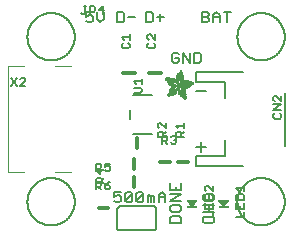
<source format=gbr>
G04 EAGLE Gerber RS-274X export*
G75*
%MOMM*%
%FSLAX34Y34*%
%LPD*%
%INSilkscreen Top*%
%IPPOS*%
%AMOC8*
5,1,8,0,0,1.08239X$1,22.5*%
G01*
%ADD10C,0.152400*%
%ADD11C,0.203200*%
%ADD12R,0.889000X0.190500*%
%ADD13C,0.304800*%
%ADD14C,0.101600*%
%ADD15R,0.034300X0.003800*%
%ADD16R,0.057200X0.003800*%
%ADD17R,0.076200X0.003800*%
%ADD18R,0.091400X0.003800*%
%ADD19R,0.102900X0.003800*%
%ADD20R,0.114300X0.003900*%
%ADD21R,0.129500X0.003800*%
%ADD22R,0.137200X0.003800*%
%ADD23R,0.144800X0.003800*%
%ADD24R,0.152400X0.003800*%
%ADD25R,0.160000X0.003800*%
%ADD26R,0.171500X0.003800*%
%ADD27R,0.175300X0.003800*%
%ADD28R,0.182900X0.003800*%
%ADD29R,0.190500X0.003800*%
%ADD30R,0.194300X0.003900*%
%ADD31R,0.201900X0.003800*%
%ADD32R,0.209500X0.003800*%
%ADD33R,0.213400X0.003800*%
%ADD34R,0.221000X0.003800*%
%ADD35R,0.224800X0.003800*%
%ADD36R,0.232400X0.003800*%
%ADD37R,0.240000X0.003800*%
%ADD38R,0.243800X0.003800*%
%ADD39R,0.247600X0.003800*%
%ADD40R,0.255300X0.003900*%
%ADD41R,0.259100X0.003800*%
%ADD42R,0.262900X0.003800*%
%ADD43R,0.270500X0.003800*%
%ADD44R,0.274300X0.003800*%
%ADD45R,0.281900X0.003800*%
%ADD46R,0.285700X0.003800*%
%ADD47R,0.289500X0.003800*%
%ADD48R,0.297200X0.003800*%
%ADD49R,0.301000X0.003800*%
%ADD50R,0.304800X0.003900*%
%ADD51R,0.312400X0.003800*%
%ADD52R,0.316200X0.003800*%
%ADD53R,0.320000X0.003800*%
%ADD54R,0.327600X0.003800*%
%ADD55R,0.331500X0.003800*%
%ADD56R,0.339100X0.003800*%
%ADD57R,0.342900X0.003800*%
%ADD58R,0.346700X0.003800*%
%ADD59R,0.354300X0.003800*%
%ADD60R,0.358100X0.003900*%
%ADD61R,0.361900X0.003800*%
%ADD62R,0.369600X0.003800*%
%ADD63R,0.373400X0.003800*%
%ADD64R,0.377200X0.003800*%
%ADD65R,0.384800X0.003800*%
%ADD66R,0.388600X0.003800*%
%ADD67R,0.396200X0.003800*%
%ADD68R,0.400000X0.003800*%
%ADD69R,0.403800X0.003800*%
%ADD70R,0.411500X0.003900*%
%ADD71R,0.415300X0.003800*%
%ADD72R,0.419100X0.003800*%
%ADD73R,0.045700X0.003800*%
%ADD74R,0.426700X0.003800*%
%ADD75R,0.072400X0.003800*%
%ADD76R,0.430500X0.003800*%
%ADD77R,0.095300X0.003800*%
%ADD78R,0.438100X0.003800*%
%ADD79R,0.110500X0.003800*%
%ADD80R,0.441900X0.003800*%
%ADD81R,0.445800X0.003800*%
%ADD82R,0.144700X0.003800*%
%ADD83R,0.453400X0.003800*%
%ADD84R,0.457200X0.003800*%
%ADD85R,0.175300X0.003900*%
%ADD86R,0.461000X0.003900*%
%ADD87R,0.468600X0.003800*%
%ADD88R,0.205800X0.003800*%
%ADD89R,0.472400X0.003800*%
%ADD90R,0.217200X0.003800*%
%ADD91R,0.476200X0.003800*%
%ADD92R,0.483900X0.003800*%
%ADD93R,0.247700X0.003800*%
%ADD94R,0.487700X0.003800*%
%ADD95R,0.495300X0.003800*%
%ADD96R,0.499100X0.003800*%
%ADD97R,0.502900X0.003800*%
%ADD98R,0.510500X0.003800*%
%ADD99R,0.308600X0.003900*%
%ADD100R,0.514300X0.003900*%
%ADD101R,0.323800X0.003800*%
%ADD102R,0.518100X0.003800*%
%ADD103R,0.335300X0.003800*%
%ADD104R,0.525800X0.003800*%
%ADD105R,0.529600X0.003800*%
%ADD106R,0.358100X0.003800*%
%ADD107R,0.533400X0.003800*%
%ADD108R,0.537200X0.003800*%
%ADD109R,0.381000X0.003800*%
%ADD110R,0.544800X0.003800*%
%ADD111R,0.392400X0.003800*%
%ADD112R,0.548600X0.003800*%
%ADD113R,0.552400X0.003800*%
%ADD114R,0.556200X0.003800*%
%ADD115R,0.422900X0.003900*%
%ADD116R,0.560100X0.003900*%
%ADD117R,0.434300X0.003800*%
%ADD118R,0.563900X0.003800*%
%ADD119R,0.567700X0.003800*%
%ADD120R,0.461000X0.003800*%
%ADD121R,0.571500X0.003800*%
%ADD122R,0.575300X0.003800*%
%ADD123R,0.480100X0.003800*%
%ADD124R,0.579100X0.003800*%
%ADD125R,0.491500X0.003800*%
%ADD126R,0.582900X0.003800*%
%ADD127R,0.586700X0.003800*%
%ADD128R,0.510600X0.003800*%
%ADD129R,0.590500X0.003800*%
%ADD130R,0.522000X0.003800*%
%ADD131R,0.594300X0.003800*%
%ADD132R,0.533400X0.003900*%
%ADD133R,0.598200X0.003900*%
%ADD134R,0.541000X0.003800*%
%ADD135R,0.602000X0.003800*%
%ADD136R,0.552500X0.003800*%
%ADD137R,0.605800X0.003800*%
%ADD138R,0.560100X0.003800*%
%ADD139R,0.609600X0.003800*%
%ADD140R,0.613400X0.003800*%
%ADD141R,0.583000X0.003800*%
%ADD142R,0.617200X0.003800*%
%ADD143R,0.594400X0.003800*%
%ADD144R,0.621000X0.003800*%
%ADD145R,0.598200X0.003800*%
%ADD146R,0.624800X0.003800*%
%ADD147R,0.613500X0.003900*%
%ADD148R,0.628600X0.003900*%
%ADD149R,0.632400X0.003800*%
%ADD150R,0.628600X0.003800*%
%ADD151R,0.636300X0.003800*%
%ADD152R,0.640100X0.003800*%
%ADD153R,0.636200X0.003800*%
%ADD154R,0.643900X0.003800*%
%ADD155R,0.647700X0.003800*%
%ADD156R,0.651500X0.003800*%
%ADD157R,0.659100X0.003800*%
%ADD158R,0.659100X0.003900*%
%ADD159R,0.655300X0.003900*%
%ADD160R,0.662900X0.003800*%
%ADD161R,0.655300X0.003800*%
%ADD162R,0.670500X0.003800*%
%ADD163R,0.670600X0.003800*%
%ADD164R,0.674400X0.003800*%
%ADD165R,0.682000X0.003800*%
%ADD166R,0.666700X0.003800*%
%ADD167R,0.685800X0.003800*%
%ADD168R,0.689600X0.003800*%
%ADD169R,0.693400X0.003900*%
%ADD170R,0.674400X0.003900*%
%ADD171R,0.697200X0.003800*%
%ADD172R,0.678200X0.003800*%
%ADD173R,0.697300X0.003800*%
%ADD174R,0.701100X0.003800*%
%ADD175R,0.704900X0.003800*%
%ADD176R,0.708700X0.003800*%
%ADD177R,0.712500X0.003800*%
%ADD178R,0.716300X0.003800*%
%ADD179R,0.720100X0.003900*%
%ADD180R,0.689600X0.003900*%
%ADD181R,0.720000X0.003800*%
%ADD182R,0.693400X0.003800*%
%ADD183R,0.723900X0.003800*%
%ADD184R,0.727700X0.003800*%
%ADD185R,0.731500X0.003800*%
%ADD186R,0.701000X0.003800*%
%ADD187R,0.735300X0.003800*%
%ADD188R,0.731500X0.003900*%
%ADD189R,0.701000X0.003900*%
%ADD190R,0.704800X0.003800*%
%ADD191R,0.739100X0.003800*%
%ADD192R,0.743000X0.003800*%
%ADD193R,0.739200X0.003800*%
%ADD194R,0.743000X0.003900*%
%ADD195R,0.704800X0.003900*%
%ADD196R,0.746800X0.003800*%
%ADD197R,0.746800X0.003900*%
%ADD198R,0.742900X0.003800*%
%ADD199R,0.746700X0.003800*%
%ADD200R,0.746700X0.003900*%
%ADD201R,1.428800X0.003800*%
%ADD202R,1.424900X0.003800*%
%ADD203R,1.421100X0.003900*%
%ADD204R,1.421100X0.003800*%
%ADD205R,1.417300X0.003800*%
%ADD206R,1.413500X0.003800*%
%ADD207R,1.409700X0.003800*%
%ADD208R,1.405900X0.003800*%
%ADD209R,1.402100X0.003800*%
%ADD210R,1.398300X0.003800*%
%ADD211R,0.983000X0.003900*%
%ADD212R,0.384800X0.003900*%
%ADD213R,0.971600X0.003800*%
%ADD214R,0.963900X0.003800*%
%ADD215R,0.956300X0.003800*%
%ADD216R,0.365800X0.003800*%
%ADD217R,0.952500X0.003800*%
%ADD218R,0.941000X0.003800*%
%ADD219R,0.358200X0.003800*%
%ADD220R,0.937200X0.003800*%
%ADD221R,0.933400X0.003800*%
%ADD222R,0.354400X0.003800*%
%ADD223R,0.925800X0.003800*%
%ADD224R,0.350500X0.003800*%
%ADD225R,0.922000X0.003800*%
%ADD226R,0.918200X0.003900*%
%ADD227R,0.346700X0.003900*%
%ADD228R,0.910600X0.003800*%
%ADD229R,0.906800X0.003800*%
%ADD230R,0.903000X0.003800*%
%ADD231R,0.339000X0.003800*%
%ADD232R,0.895300X0.003800*%
%ADD233R,0.335200X0.003800*%
%ADD234R,0.887700X0.003800*%
%ADD235R,0.883900X0.003800*%
%ADD236R,0.331400X0.003800*%
%ADD237R,0.880100X0.003800*%
%ADD238R,0.876300X0.003800*%
%ADD239R,0.468600X0.003900*%
%ADD240R,0.396200X0.003900*%
%ADD241R,0.323800X0.003900*%
%ADD242R,0.449600X0.003800*%
%ADD243R,0.323900X0.003800*%
%ADD244R,0.442000X0.003800*%
%ADD245R,0.434400X0.003800*%
%ADD246R,0.320100X0.003800*%
%ADD247R,0.316300X0.003800*%
%ADD248R,0.426800X0.003800*%
%ADD249R,0.327700X0.003800*%
%ADD250R,0.312500X0.003800*%
%ADD251R,0.422900X0.003800*%
%ADD252R,0.308600X0.003800*%
%ADD253R,0.293400X0.003800*%
%ADD254R,0.304800X0.003800*%
%ADD255R,0.419100X0.003900*%
%ADD256R,0.285700X0.003900*%
%ADD257R,0.301000X0.003900*%
%ADD258R,0.411500X0.003800*%
%ADD259R,0.407700X0.003800*%
%ADD260R,0.289600X0.003800*%
%ADD261R,0.285800X0.003800*%
%ADD262R,0.403900X0.003800*%
%ADD263R,0.228600X0.003800*%
%ADD264R,0.403900X0.003900*%
%ADD265R,0.221000X0.003900*%
%ADD266R,0.278100X0.003900*%
%ADD267R,0.400100X0.003800*%
%ADD268R,0.209600X0.003800*%
%ADD269R,0.266700X0.003800*%
%ADD270R,0.038100X0.003800*%
%ADD271R,0.194300X0.003800*%
%ADD272R,0.148600X0.003800*%
%ADD273R,0.259000X0.003800*%
%ADD274R,0.182800X0.003800*%
%ADD275R,0.186700X0.003800*%
%ADD276R,0.251400X0.003800*%
%ADD277R,0.179100X0.003800*%
%ADD278R,0.236200X0.003800*%
%ADD279R,0.243900X0.003900*%
%ADD280R,0.282000X0.003900*%
%ADD281R,0.167700X0.003800*%
%ADD282R,0.236300X0.003800*%
%ADD283R,0.396300X0.003800*%
%ADD284R,0.163900X0.003800*%
%ADD285R,0.392500X0.003800*%
%ADD286R,0.160100X0.003800*%
%ADD287R,0.586800X0.003800*%
%ADD288R,0.148500X0.003800*%
%ADD289R,0.140900X0.003800*%
%ADD290R,0.392400X0.003900*%
%ADD291R,0.140900X0.003900*%
%ADD292R,0.647700X0.003900*%
%ADD293R,0.133300X0.003800*%
%ADD294R,0.674300X0.003800*%
%ADD295R,0.388700X0.003800*%
%ADD296R,0.125700X0.003800*%
%ADD297R,0.121900X0.003800*%
%ADD298R,0.720100X0.003800*%
%ADD299R,0.118100X0.003800*%
%ADD300R,0.118100X0.003900*%
%ADD301R,0.739100X0.003900*%
%ADD302R,0.114300X0.003800*%
%ADD303R,0.754400X0.003800*%
%ADD304R,0.765800X0.003800*%
%ADD305R,0.773400X0.003800*%
%ADD306R,0.784800X0.003800*%
%ADD307R,0.118200X0.003800*%
%ADD308R,0.792500X0.003800*%
%ADD309R,0.803900X0.003800*%
%ADD310R,0.122000X0.003800*%
%ADD311R,0.815400X0.003800*%
%ADD312R,0.125800X0.003800*%
%ADD313R,0.826800X0.003800*%
%ADD314R,0.369500X0.003900*%
%ADD315R,0.133400X0.003900*%
%ADD316R,0.842000X0.003900*%
%ADD317R,0.365700X0.003800*%
%ADD318R,1.009700X0.003800*%
%ADD319R,1.013500X0.003800*%
%ADD320R,0.362000X0.003800*%
%ADD321R,1.024900X0.003800*%
%ADD322R,1.028700X0.003800*%
%ADD323R,1.036300X0.003800*%
%ADD324R,1.047800X0.003800*%
%ADD325R,1.055400X0.003800*%
%ADD326R,1.070600X0.003800*%
%ADD327R,0.030500X0.003800*%
%ADD328R,1.436400X0.003800*%
%ADD329R,1.562100X0.003900*%
%ADD330R,1.588700X0.003800*%
%ADD331R,1.607800X0.003800*%
%ADD332R,1.626900X0.003800*%
%ADD333R,1.642100X0.003800*%
%ADD334R,1.657400X0.003800*%
%ADD335R,1.676400X0.003800*%
%ADD336R,1.687800X0.003800*%
%ADD337R,1.703000X0.003800*%
%ADD338R,1.714500X0.003800*%
%ADD339R,1.726000X0.003900*%
%ADD340R,1.741200X0.003800*%
%ADD341R,0.914400X0.003800*%
%ADD342R,0.769600X0.003800*%
%ADD343R,0.884000X0.003800*%
%ADD344R,0.712400X0.003800*%
%ADD345R,0.880100X0.003900*%
%ADD346R,0.887800X0.003800*%
%ADD347R,0.891600X0.003800*%
%ADD348R,0.895400X0.003800*%
%ADD349R,0.251500X0.003800*%
%ADD350R,0.579200X0.003900*%
%ADD351R,0.243900X0.003800*%
%ADD352R,0.556300X0.003800*%
%ADD353R,0.255200X0.003800*%
%ADD354R,0.529500X0.003800*%
%ADD355R,0.731600X0.003800*%
%ADD356R,0.525800X0.003900*%
%ADD357R,0.281900X0.003900*%
%ADD358R,0.735400X0.003900*%
%ADD359R,0.300900X0.003800*%
%ADD360R,0.762000X0.003800*%
%ADD361R,0.518200X0.003800*%
%ADD362R,0.350600X0.003800*%
%ADD363R,0.796300X0.003800*%
%ADD364R,0.807800X0.003800*%
%ADD365R,0.506700X0.003800*%
%ADD366R,0.849600X0.003800*%
%ADD367R,0.506700X0.003900*%
%ADD368R,1.371600X0.003900*%
%ADD369R,1.207800X0.003800*%
%ADD370R,0.503000X0.003800*%
%ADD371R,0.141000X0.003800*%
%ADD372R,1.203900X0.003800*%
%ADD373R,1.204000X0.003800*%
%ADD374R,1.200200X0.003800*%
%ADD375R,0.499100X0.003900*%
%ADD376R,0.156200X0.003900*%
%ADD377R,1.196400X0.003900*%
%ADD378R,1.196400X0.003800*%
%ADD379R,0.163800X0.003800*%
%ADD380R,0.167600X0.003800*%
%ADD381R,1.192500X0.003800*%
%ADD382R,0.499200X0.003800*%
%ADD383R,1.188700X0.003800*%
%ADD384R,0.506800X0.003800*%
%ADD385R,1.184900X0.003800*%
%ADD386R,0.510600X0.003900*%
%ADD387R,0.209600X0.003900*%
%ADD388R,1.181100X0.003900*%
%ADD389R,0.514400X0.003800*%
%ADD390R,1.181100X0.003800*%
%ADD391R,1.177300X0.003800*%
%ADD392R,0.240100X0.003800*%
%ADD393R,1.173500X0.003800*%
%ADD394R,1.169700X0.003800*%
%ADD395R,1.165900X0.003800*%
%ADD396R,1.162100X0.003800*%
%ADD397R,0.929700X0.003900*%
%ADD398R,1.162100X0.003900*%
%ADD399R,0.929700X0.003800*%
%ADD400R,1.154500X0.003800*%
%ADD401R,0.933500X0.003800*%
%ADD402R,1.150600X0.003800*%
%ADD403R,0.937300X0.003800*%
%ADD404R,1.146800X0.003800*%
%ADD405R,0.941100X0.003800*%
%ADD406R,1.139200X0.003800*%
%ADD407R,0.944900X0.003800*%
%ADD408R,1.135400X0.003800*%
%ADD409R,0.948700X0.003800*%
%ADD410R,1.127800X0.003800*%
%ADD411R,1.124000X0.003800*%
%ADD412R,1.116400X0.003800*%
%ADD413R,0.956300X0.003900*%
%ADD414R,1.104900X0.003900*%
%ADD415R,0.960100X0.003800*%
%ADD416R,1.093500X0.003800*%
%ADD417R,1.085900X0.003800*%
%ADD418R,0.967800X0.003800*%
%ADD419R,1.074500X0.003800*%
%ADD420R,1.063000X0.003800*%
%ADD421R,0.975400X0.003800*%
%ADD422R,1.036400X0.003800*%
%ADD423R,0.979200X0.003800*%
%ADD424R,1.021000X0.003800*%
%ADD425R,0.983000X0.003800*%
%ADD426R,1.009600X0.003800*%
%ADD427R,0.986800X0.003800*%
%ADD428R,0.998200X0.003800*%
%ADD429R,0.990600X0.003900*%
%ADD430R,0.986700X0.003900*%
%ADD431R,0.994400X0.003800*%
%ADD432R,0.975300X0.003800*%
%ADD433R,0.948600X0.003800*%
%ADD434R,1.002000X0.003800*%
%ADD435R,0.213300X0.003800*%
%ADD436R,0.217100X0.003800*%
%ADD437R,1.017300X0.003800*%
%ADD438R,0.666800X0.003800*%
%ADD439R,0.220900X0.003800*%
%ADD440R,1.028700X0.003900*%
%ADD441R,0.224700X0.003900*%
%ADD442R,1.032500X0.003800*%
%ADD443R,1.040100X0.003800*%
%ADD444R,1.043900X0.003800*%
%ADD445R,0.548700X0.003800*%
%ADD446R,1.051500X0.003800*%
%ADD447R,1.055300X0.003800*%
%ADD448R,1.059100X0.003800*%
%ADD449R,1.062900X0.003800*%
%ADD450R,0.255300X0.003800*%
%ADD451R,1.066800X0.003900*%
%ADD452R,0.259100X0.003900*%
%ADD453R,0.457200X0.003900*%
%ADD454R,0.423000X0.003800*%
%ADD455R,1.082100X0.003800*%
%ADD456R,0.274400X0.003800*%
%ADD457R,0.278200X0.003800*%
%ADD458R,1.101100X0.003800*%
%ADD459R,0.278100X0.003800*%
%ADD460R,0.876300X0.003900*%
%ADD461R,0.236200X0.003900*%
%ADD462R,0.289600X0.003900*%
%ADD463R,0.247700X0.003900*%
%ADD464R,0.049500X0.003800*%
%ADD465R,0.640100X0.003900*%
%ADD466R,0.659200X0.003800*%
%ADD467R,0.663000X0.003800*%
%ADD468R,0.872500X0.003900*%
%ADD469R,0.666800X0.003900*%
%ADD470R,0.872500X0.003800*%
%ADD471R,0.868700X0.003800*%
%ADD472R,0.864900X0.003800*%
%ADD473R,0.861100X0.003800*%
%ADD474R,0.857300X0.003800*%
%ADD475R,0.853400X0.003800*%
%ADD476R,0.845800X0.003800*%
%ADD477R,0.682000X0.003900*%
%ADD478R,0.842000X0.003800*%
%ADD479R,0.834400X0.003800*%
%ADD480R,0.823000X0.003800*%
%ADD481R,0.815300X0.003800*%
%ADD482R,0.811500X0.003800*%
%ADD483R,0.788700X0.003800*%
%ADD484R,0.777300X0.003900*%
%ADD485R,0.750600X0.003800*%
%ADD486R,0.735400X0.003800*%
%ADD487R,0.727800X0.003800*%
%ADD488R,0.628700X0.003800*%
%ADD489R,0.575400X0.003800*%
%ADD490R,0.670600X0.003900*%
%ADD491R,0.655400X0.003800*%
%ADD492R,0.651500X0.003900*%
%ADD493R,0.624800X0.003900*%
%ADD494R,0.594400X0.003900*%
%ADD495R,0.563900X0.003900*%
%ADD496R,0.541100X0.003800*%
%ADD497R,0.537300X0.003800*%
%ADD498R,0.525700X0.003800*%
%ADD499R,0.525700X0.003900*%
%ADD500R,0.514300X0.003800*%
%ADD501R,0.480100X0.003900*%
%ADD502R,0.464800X0.003800*%
%ADD503R,0.442000X0.003900*%
%ADD504R,0.438200X0.003800*%
%ADD505R,0.430600X0.003800*%
%ADD506R,0.407600X0.003800*%
%ADD507R,0.403800X0.003900*%
%ADD508R,0.365700X0.003900*%
%ADD509R,0.327700X0.003900*%
%ADD510R,0.243800X0.003900*%
%ADD511R,0.205800X0.003900*%
%ADD512R,0.198100X0.003800*%
%ADD513R,0.163800X0.003900*%
%ADD514R,0.137100X0.003800*%
%ADD515R,0.091500X0.003900*%
%ADD516R,0.060900X0.003800*%

G36*
X144819Y20195D02*
X144819Y20195D01*
X144824Y20195D01*
X144940Y20221D01*
X145056Y20246D01*
X145060Y20248D01*
X145064Y20249D01*
X145166Y20310D01*
X145268Y20371D01*
X145271Y20374D01*
X145274Y20376D01*
X145389Y20498D01*
X149199Y25578D01*
X149207Y25594D01*
X149220Y25607D01*
X149264Y25703D01*
X149313Y25796D01*
X149316Y25814D01*
X149323Y25830D01*
X149335Y25935D01*
X149351Y26039D01*
X149348Y26057D01*
X149350Y26074D01*
X149328Y26177D01*
X149310Y26282D01*
X149302Y26297D01*
X149298Y26315D01*
X149244Y26405D01*
X149194Y26499D01*
X149181Y26511D01*
X149172Y26526D01*
X149092Y26595D01*
X149015Y26667D01*
X148998Y26674D01*
X148985Y26686D01*
X148887Y26725D01*
X148791Y26769D01*
X148773Y26771D01*
X148757Y26778D01*
X148590Y26796D01*
X140970Y26796D01*
X140952Y26793D01*
X140935Y26795D01*
X140831Y26774D01*
X140727Y26757D01*
X140712Y26748D01*
X140694Y26745D01*
X140603Y26691D01*
X140510Y26641D01*
X140498Y26629D01*
X140482Y26620D01*
X140413Y26540D01*
X140341Y26463D01*
X140333Y26447D01*
X140321Y26433D01*
X140281Y26336D01*
X140237Y26240D01*
X140235Y26222D01*
X140228Y26206D01*
X140221Y26100D01*
X140210Y25996D01*
X140214Y25978D01*
X140212Y25960D01*
X140240Y25858D01*
X140262Y25755D01*
X140271Y25740D01*
X140276Y25723D01*
X140361Y25578D01*
X144171Y20498D01*
X144174Y20495D01*
X144176Y20492D01*
X144263Y20410D01*
X144348Y20328D01*
X144352Y20326D01*
X144355Y20323D01*
X144464Y20273D01*
X144571Y20223D01*
X144575Y20223D01*
X144579Y20221D01*
X144697Y20208D01*
X144815Y20195D01*
X144819Y20195D01*
G37*
G36*
X171489Y20195D02*
X171489Y20195D01*
X171494Y20195D01*
X171610Y20221D01*
X171726Y20246D01*
X171730Y20248D01*
X171734Y20249D01*
X171836Y20310D01*
X171938Y20371D01*
X171941Y20374D01*
X171944Y20376D01*
X172059Y20498D01*
X175869Y25578D01*
X175877Y25594D01*
X175890Y25607D01*
X175934Y25703D01*
X175983Y25796D01*
X175986Y25814D01*
X175993Y25830D01*
X176005Y25935D01*
X176021Y26039D01*
X176018Y26057D01*
X176020Y26074D01*
X175998Y26177D01*
X175980Y26282D01*
X175972Y26297D01*
X175968Y26315D01*
X175914Y26405D01*
X175864Y26499D01*
X175851Y26511D01*
X175842Y26526D01*
X175762Y26595D01*
X175685Y26667D01*
X175668Y26674D01*
X175655Y26686D01*
X175557Y26725D01*
X175461Y26769D01*
X175443Y26771D01*
X175427Y26778D01*
X175260Y26796D01*
X167640Y26796D01*
X167622Y26793D01*
X167605Y26795D01*
X167501Y26774D01*
X167397Y26757D01*
X167382Y26748D01*
X167364Y26745D01*
X167273Y26691D01*
X167180Y26641D01*
X167168Y26629D01*
X167152Y26620D01*
X167083Y26540D01*
X167011Y26463D01*
X167003Y26447D01*
X166991Y26433D01*
X166951Y26336D01*
X166907Y26240D01*
X166905Y26222D01*
X166898Y26206D01*
X166891Y26100D01*
X166880Y25996D01*
X166884Y25978D01*
X166882Y25960D01*
X166910Y25858D01*
X166932Y25755D01*
X166941Y25740D01*
X166946Y25723D01*
X167031Y25578D01*
X170841Y20498D01*
X170844Y20495D01*
X170846Y20492D01*
X170933Y20410D01*
X171018Y20328D01*
X171022Y20326D01*
X171025Y20323D01*
X171134Y20273D01*
X171241Y20223D01*
X171245Y20223D01*
X171249Y20221D01*
X171367Y20208D01*
X171485Y20195D01*
X171489Y20195D01*
G37*
D10*
X155865Y12874D02*
X154425Y11434D01*
X154425Y8553D01*
X155865Y7112D01*
X161627Y7112D01*
X163068Y8553D01*
X163068Y11434D01*
X161627Y12874D01*
X163068Y16467D02*
X154425Y16467D01*
X158746Y16467D02*
X158746Y22229D01*
X154425Y22229D02*
X163068Y22229D01*
X154425Y30144D02*
X155865Y31585D01*
X154425Y30144D02*
X154425Y27263D01*
X155865Y25822D01*
X161627Y25822D01*
X163068Y27263D01*
X163068Y30144D01*
X161627Y31585D01*
X158746Y31585D01*
X158746Y28704D01*
X135128Y7112D02*
X126485Y7112D01*
X135128Y7112D02*
X135128Y11434D01*
X133687Y12874D01*
X127925Y12874D01*
X126485Y11434D01*
X126485Y7112D01*
X126485Y17908D02*
X126485Y20789D01*
X126485Y17908D02*
X127925Y16467D01*
X133687Y16467D01*
X135128Y17908D01*
X135128Y20789D01*
X133687Y22229D01*
X127925Y22229D01*
X126485Y20789D01*
X126485Y25822D02*
X135128Y25822D01*
X135128Y31585D02*
X126485Y25822D01*
X126485Y31585D02*
X135128Y31585D01*
X126485Y35178D02*
X126485Y40940D01*
X126485Y35178D02*
X135128Y35178D01*
X135128Y40940D01*
X130806Y38059D02*
X130806Y35178D01*
D11*
X148336Y71887D02*
X156471Y71887D01*
X152403Y67820D02*
X152403Y75955D01*
X148336Y118877D02*
X156471Y118877D01*
D10*
X84736Y33535D02*
X78974Y33535D01*
X78974Y29214D01*
X81855Y30654D01*
X83296Y30654D01*
X84736Y29214D01*
X84736Y26333D01*
X83296Y24892D01*
X80415Y24892D01*
X78974Y26333D01*
X88329Y26333D02*
X88329Y32095D01*
X89770Y33535D01*
X92651Y33535D01*
X94091Y32095D01*
X94091Y26333D01*
X92651Y24892D01*
X89770Y24892D01*
X88329Y26333D01*
X94091Y32095D01*
X97684Y32095D02*
X97684Y26333D01*
X97684Y32095D02*
X99125Y33535D01*
X102006Y33535D01*
X103447Y32095D01*
X103447Y26333D01*
X102006Y24892D01*
X99125Y24892D01*
X97684Y26333D01*
X103447Y32095D01*
X107040Y30654D02*
X107040Y24892D01*
X107040Y30654D02*
X108480Y30654D01*
X109921Y29214D01*
X109921Y24892D01*
X109921Y29214D02*
X111361Y30654D01*
X112802Y29214D01*
X112802Y24892D01*
X116395Y24892D02*
X116395Y30654D01*
X119276Y33535D01*
X122157Y30654D01*
X122157Y24892D01*
X122157Y29214D02*
X116395Y29214D01*
X60669Y185935D02*
X54907Y185935D01*
X54907Y181614D01*
X57788Y183054D01*
X59229Y183054D01*
X60669Y181614D01*
X60669Y178733D01*
X59229Y177292D01*
X56347Y177292D01*
X54907Y178733D01*
X64262Y180173D02*
X64262Y185935D01*
X64262Y180173D02*
X67143Y177292D01*
X70024Y180173D01*
X70024Y185935D01*
X132021Y151645D02*
X133461Y150205D01*
X132021Y151645D02*
X129140Y151645D01*
X127699Y150205D01*
X127699Y144443D01*
X129140Y143002D01*
X132021Y143002D01*
X133461Y144443D01*
X133461Y147324D01*
X130580Y147324D01*
X137054Y151645D02*
X137054Y143002D01*
X142817Y143002D02*
X137054Y151645D01*
X142817Y151645D02*
X142817Y143002D01*
X146410Y143002D02*
X146410Y151645D01*
X146410Y143002D02*
X150731Y143002D01*
X152172Y144443D01*
X152172Y150205D01*
X150731Y151645D01*
X146410Y151645D01*
X153099Y177292D02*
X153099Y185935D01*
X157421Y185935D01*
X158861Y184495D01*
X158861Y183054D01*
X157421Y181614D01*
X158861Y180173D01*
X158861Y178733D01*
X157421Y177292D01*
X153099Y177292D01*
X153099Y181614D02*
X157421Y181614D01*
X162454Y183054D02*
X162454Y177292D01*
X162454Y183054D02*
X165336Y185935D01*
X168217Y183054D01*
X168217Y177292D01*
X168217Y181614D02*
X162454Y181614D01*
X174691Y177292D02*
X174691Y185935D01*
X171810Y185935D02*
X177572Y185935D01*
X81577Y185935D02*
X81577Y177292D01*
X85899Y177292D01*
X87339Y178733D01*
X87339Y184495D01*
X85899Y185935D01*
X81577Y185935D01*
X90932Y181614D02*
X96694Y181614D01*
X105707Y185935D02*
X105707Y177292D01*
X110029Y177292D01*
X111469Y178733D01*
X111469Y184495D01*
X110029Y185935D01*
X105707Y185935D01*
X115062Y181614D02*
X120824Y181614D01*
X117943Y184495D02*
X117943Y178733D01*
D11*
X110870Y82560D02*
X94870Y82560D01*
X94870Y115560D02*
X110870Y115560D01*
X92370Y103060D02*
X92370Y95060D01*
D10*
X95498Y117602D02*
X101006Y117602D01*
X102108Y118704D01*
X102108Y120907D01*
X101006Y122008D01*
X95498Y122008D01*
X97702Y125086D02*
X95498Y127289D01*
X102108Y127289D01*
X102108Y125086D02*
X102108Y129493D01*
D12*
X171450Y21138D03*
D10*
X182366Y12100D02*
X188976Y12100D01*
X188976Y16507D01*
X182366Y19585D02*
X182366Y23991D01*
X182366Y19585D02*
X188976Y19585D01*
X188976Y23991D01*
X185671Y21788D02*
X185671Y19585D01*
X182366Y27069D02*
X188976Y27069D01*
X188976Y30374D01*
X187874Y31475D01*
X183468Y31475D01*
X182366Y30374D01*
X182366Y27069D01*
X184570Y34553D02*
X182366Y36756D01*
X188976Y36756D01*
X188976Y34553D02*
X188976Y38959D01*
D12*
X144780Y21138D03*
D10*
X155696Y12100D02*
X162306Y12100D01*
X162306Y16507D01*
X155696Y19585D02*
X155696Y23991D01*
X155696Y19585D02*
X162306Y19585D01*
X162306Y23991D01*
X159001Y21788D02*
X159001Y19585D01*
X155696Y27069D02*
X162306Y27069D01*
X162306Y30374D01*
X161204Y31475D01*
X156798Y31475D01*
X155696Y30374D01*
X155696Y27069D01*
X162306Y34553D02*
X162306Y38959D01*
X162306Y34553D02*
X157900Y38959D01*
X156798Y38959D01*
X155696Y37858D01*
X155696Y35654D01*
X156798Y34553D01*
D13*
X141160Y59055D02*
X133160Y59055D01*
D10*
X131058Y80137D02*
X137668Y80137D01*
X131058Y80137D02*
X131058Y83442D01*
X132160Y84543D01*
X134363Y84543D01*
X135465Y83442D01*
X135465Y80137D01*
X135465Y82340D02*
X137668Y84543D01*
X133262Y87621D02*
X131058Y89824D01*
X137668Y89824D01*
X137668Y87621D02*
X137668Y92028D01*
D13*
X125920Y59055D02*
X117920Y59055D01*
D10*
X115818Y80137D02*
X122428Y80137D01*
X115818Y80137D02*
X115818Y83442D01*
X116920Y84543D01*
X119123Y84543D01*
X120225Y83442D01*
X120225Y80137D01*
X120225Y82340D02*
X122428Y84543D01*
X122428Y87621D02*
X122428Y92028D01*
X118022Y92028D02*
X122428Y87621D01*
X118022Y92028D02*
X116920Y92028D01*
X115818Y90926D01*
X115818Y88723D01*
X116920Y87621D01*
D11*
X223040Y72750D02*
X223040Y117750D01*
X188040Y55250D02*
X148040Y55250D01*
X148040Y63750D01*
X173040Y63750D01*
X173040Y77750D01*
X173040Y112750D02*
X173040Y126750D01*
X148040Y126750D01*
X148040Y135250D01*
X188040Y135250D01*
D10*
X214583Y100191D02*
X213481Y99089D01*
X213481Y96886D01*
X214583Y95785D01*
X218989Y95785D01*
X220091Y96886D01*
X220091Y99089D01*
X218989Y100191D01*
X220091Y103269D02*
X213481Y103269D01*
X220091Y107675D01*
X213481Y107675D01*
X220091Y110753D02*
X220091Y115159D01*
X220091Y110753D02*
X215685Y115159D01*
X214583Y115159D01*
X213481Y114058D01*
X213481Y111854D01*
X214583Y110753D01*
D13*
X96520Y133985D02*
X86360Y133985D01*
D10*
X85338Y158372D02*
X86440Y159473D01*
X85338Y158372D02*
X85338Y156169D01*
X86440Y155067D01*
X90846Y155067D01*
X91948Y156169D01*
X91948Y158372D01*
X90846Y159473D01*
X87542Y162551D02*
X85338Y164754D01*
X91948Y164754D01*
X91948Y162551D02*
X91948Y166958D01*
D13*
X107950Y133985D02*
X118110Y133985D01*
D10*
X106928Y158372D02*
X108030Y159473D01*
X106928Y158372D02*
X106928Y156169D01*
X108030Y155067D01*
X112436Y155067D01*
X113538Y156169D01*
X113538Y158372D01*
X112436Y159473D01*
X113538Y162551D02*
X113538Y166958D01*
X109132Y166958D02*
X113538Y162551D01*
X109132Y166958D02*
X108030Y166958D01*
X106928Y165856D01*
X106928Y163653D01*
X108030Y162551D01*
D13*
X98425Y78930D02*
X98425Y70930D01*
D10*
X119507Y74422D02*
X119507Y81032D01*
X122812Y81032D01*
X123913Y79930D01*
X123913Y77727D01*
X122812Y76625D01*
X119507Y76625D01*
X121710Y76625D02*
X123913Y74422D01*
X126991Y79930D02*
X128093Y81032D01*
X130296Y81032D01*
X131398Y79930D01*
X131398Y78828D01*
X130296Y77727D01*
X129194Y77727D01*
X130296Y77727D02*
X131398Y76625D01*
X131398Y75524D01*
X130296Y74422D01*
X128093Y74422D01*
X126991Y75524D01*
D13*
X73850Y20320D02*
X65850Y20320D01*
D10*
X63748Y41402D02*
X70358Y41402D01*
X63748Y41402D02*
X63748Y44707D01*
X64850Y45808D01*
X67053Y45808D01*
X68155Y44707D01*
X68155Y41402D01*
X68155Y43605D02*
X70358Y45808D01*
X70358Y52191D02*
X63748Y52191D01*
X67053Y48886D01*
X67053Y53293D01*
D11*
X83820Y1270D02*
X111760Y1270D01*
X114300Y19050D02*
X114298Y19150D01*
X114292Y19249D01*
X114282Y19349D01*
X114269Y19447D01*
X114251Y19546D01*
X114230Y19643D01*
X114205Y19739D01*
X114176Y19835D01*
X114143Y19929D01*
X114107Y20022D01*
X114067Y20113D01*
X114023Y20203D01*
X113976Y20291D01*
X113926Y20377D01*
X113872Y20461D01*
X113815Y20543D01*
X113755Y20622D01*
X113691Y20700D01*
X113625Y20774D01*
X113556Y20846D01*
X113484Y20915D01*
X113410Y20981D01*
X113332Y21045D01*
X113253Y21105D01*
X113171Y21162D01*
X113087Y21216D01*
X113001Y21266D01*
X112913Y21313D01*
X112823Y21357D01*
X112732Y21397D01*
X112639Y21433D01*
X112545Y21466D01*
X112449Y21495D01*
X112353Y21520D01*
X112256Y21541D01*
X112157Y21559D01*
X112059Y21572D01*
X111959Y21582D01*
X111860Y21588D01*
X111760Y21590D01*
X83820Y21590D02*
X83720Y21588D01*
X83621Y21582D01*
X83521Y21572D01*
X83423Y21559D01*
X83324Y21541D01*
X83227Y21520D01*
X83131Y21495D01*
X83035Y21466D01*
X82941Y21433D01*
X82848Y21397D01*
X82757Y21357D01*
X82667Y21313D01*
X82579Y21266D01*
X82493Y21216D01*
X82409Y21162D01*
X82327Y21105D01*
X82248Y21045D01*
X82170Y20981D01*
X82096Y20915D01*
X82024Y20846D01*
X81955Y20774D01*
X81889Y20700D01*
X81825Y20622D01*
X81765Y20543D01*
X81708Y20461D01*
X81654Y20377D01*
X81604Y20291D01*
X81557Y20203D01*
X81513Y20113D01*
X81473Y20022D01*
X81437Y19929D01*
X81404Y19835D01*
X81375Y19739D01*
X81350Y19643D01*
X81329Y19546D01*
X81311Y19447D01*
X81298Y19349D01*
X81288Y19249D01*
X81282Y19150D01*
X81280Y19050D01*
X81280Y3810D02*
X81282Y3710D01*
X81288Y3611D01*
X81298Y3511D01*
X81311Y3413D01*
X81329Y3314D01*
X81350Y3217D01*
X81375Y3121D01*
X81404Y3025D01*
X81437Y2931D01*
X81473Y2838D01*
X81513Y2747D01*
X81557Y2657D01*
X81604Y2569D01*
X81654Y2483D01*
X81708Y2399D01*
X81765Y2317D01*
X81825Y2238D01*
X81889Y2160D01*
X81955Y2086D01*
X82024Y2014D01*
X82096Y1945D01*
X82170Y1879D01*
X82248Y1815D01*
X82327Y1755D01*
X82409Y1698D01*
X82493Y1644D01*
X82579Y1594D01*
X82667Y1547D01*
X82757Y1503D01*
X82848Y1463D01*
X82941Y1427D01*
X83035Y1394D01*
X83131Y1365D01*
X83227Y1340D01*
X83324Y1319D01*
X83423Y1301D01*
X83521Y1288D01*
X83621Y1278D01*
X83720Y1272D01*
X83820Y1270D01*
X111760Y1270D02*
X111860Y1272D01*
X111959Y1278D01*
X112059Y1288D01*
X112157Y1301D01*
X112256Y1319D01*
X112353Y1340D01*
X112449Y1365D01*
X112545Y1394D01*
X112639Y1427D01*
X112732Y1463D01*
X112823Y1503D01*
X112913Y1547D01*
X113001Y1594D01*
X113087Y1644D01*
X113171Y1698D01*
X113253Y1755D01*
X113332Y1815D01*
X113410Y1879D01*
X113484Y1945D01*
X113556Y2014D01*
X113625Y2086D01*
X113691Y2160D01*
X113755Y2238D01*
X113815Y2317D01*
X113872Y2399D01*
X113926Y2483D01*
X113976Y2569D01*
X114023Y2657D01*
X114067Y2747D01*
X114107Y2838D01*
X114143Y2931D01*
X114176Y3025D01*
X114205Y3121D01*
X114230Y3217D01*
X114251Y3314D01*
X114269Y3413D01*
X114282Y3511D01*
X114292Y3611D01*
X114298Y3710D01*
X114300Y3810D01*
X114300Y19050D01*
X81280Y19050D02*
X81280Y3810D01*
X83820Y21590D02*
X111760Y21590D01*
X183200Y25400D02*
X183206Y25891D01*
X183224Y26381D01*
X183254Y26871D01*
X183296Y27360D01*
X183350Y27848D01*
X183416Y28335D01*
X183494Y28819D01*
X183584Y29302D01*
X183686Y29782D01*
X183799Y30260D01*
X183924Y30734D01*
X184061Y31206D01*
X184209Y31674D01*
X184369Y32138D01*
X184540Y32598D01*
X184722Y33054D01*
X184916Y33505D01*
X185120Y33951D01*
X185336Y34392D01*
X185562Y34828D01*
X185798Y35258D01*
X186045Y35682D01*
X186303Y36100D01*
X186571Y36511D01*
X186848Y36916D01*
X187136Y37314D01*
X187433Y37705D01*
X187740Y38088D01*
X188056Y38463D01*
X188381Y38831D01*
X188715Y39191D01*
X189058Y39542D01*
X189409Y39885D01*
X189769Y40219D01*
X190137Y40544D01*
X190512Y40860D01*
X190895Y41167D01*
X191286Y41464D01*
X191684Y41752D01*
X192089Y42029D01*
X192500Y42297D01*
X192918Y42555D01*
X193342Y42802D01*
X193772Y43038D01*
X194208Y43264D01*
X194649Y43480D01*
X195095Y43684D01*
X195546Y43878D01*
X196002Y44060D01*
X196462Y44231D01*
X196926Y44391D01*
X197394Y44539D01*
X197866Y44676D01*
X198340Y44801D01*
X198818Y44914D01*
X199298Y45016D01*
X199781Y45106D01*
X200265Y45184D01*
X200752Y45250D01*
X201240Y45304D01*
X201729Y45346D01*
X202219Y45376D01*
X202709Y45394D01*
X203200Y45400D01*
X203691Y45394D01*
X204181Y45376D01*
X204671Y45346D01*
X205160Y45304D01*
X205648Y45250D01*
X206135Y45184D01*
X206619Y45106D01*
X207102Y45016D01*
X207582Y44914D01*
X208060Y44801D01*
X208534Y44676D01*
X209006Y44539D01*
X209474Y44391D01*
X209938Y44231D01*
X210398Y44060D01*
X210854Y43878D01*
X211305Y43684D01*
X211751Y43480D01*
X212192Y43264D01*
X212628Y43038D01*
X213058Y42802D01*
X213482Y42555D01*
X213900Y42297D01*
X214311Y42029D01*
X214716Y41752D01*
X215114Y41464D01*
X215505Y41167D01*
X215888Y40860D01*
X216263Y40544D01*
X216631Y40219D01*
X216991Y39885D01*
X217342Y39542D01*
X217685Y39191D01*
X218019Y38831D01*
X218344Y38463D01*
X218660Y38088D01*
X218967Y37705D01*
X219264Y37314D01*
X219552Y36916D01*
X219829Y36511D01*
X220097Y36100D01*
X220355Y35682D01*
X220602Y35258D01*
X220838Y34828D01*
X221064Y34392D01*
X221280Y33951D01*
X221484Y33505D01*
X221678Y33054D01*
X221860Y32598D01*
X222031Y32138D01*
X222191Y31674D01*
X222339Y31206D01*
X222476Y30734D01*
X222601Y30260D01*
X222714Y29782D01*
X222816Y29302D01*
X222906Y28819D01*
X222984Y28335D01*
X223050Y27848D01*
X223104Y27360D01*
X223146Y26871D01*
X223176Y26381D01*
X223194Y25891D01*
X223200Y25400D01*
X223194Y24909D01*
X223176Y24419D01*
X223146Y23929D01*
X223104Y23440D01*
X223050Y22952D01*
X222984Y22465D01*
X222906Y21981D01*
X222816Y21498D01*
X222714Y21018D01*
X222601Y20540D01*
X222476Y20066D01*
X222339Y19594D01*
X222191Y19126D01*
X222031Y18662D01*
X221860Y18202D01*
X221678Y17746D01*
X221484Y17295D01*
X221280Y16849D01*
X221064Y16408D01*
X220838Y15972D01*
X220602Y15542D01*
X220355Y15118D01*
X220097Y14700D01*
X219829Y14289D01*
X219552Y13884D01*
X219264Y13486D01*
X218967Y13095D01*
X218660Y12712D01*
X218344Y12337D01*
X218019Y11969D01*
X217685Y11609D01*
X217342Y11258D01*
X216991Y10915D01*
X216631Y10581D01*
X216263Y10256D01*
X215888Y9940D01*
X215505Y9633D01*
X215114Y9336D01*
X214716Y9048D01*
X214311Y8771D01*
X213900Y8503D01*
X213482Y8245D01*
X213058Y7998D01*
X212628Y7762D01*
X212192Y7536D01*
X211751Y7320D01*
X211305Y7116D01*
X210854Y6922D01*
X210398Y6740D01*
X209938Y6569D01*
X209474Y6409D01*
X209006Y6261D01*
X208534Y6124D01*
X208060Y5999D01*
X207582Y5886D01*
X207102Y5784D01*
X206619Y5694D01*
X206135Y5616D01*
X205648Y5550D01*
X205160Y5496D01*
X204671Y5454D01*
X204181Y5424D01*
X203691Y5406D01*
X203200Y5400D01*
X202709Y5406D01*
X202219Y5424D01*
X201729Y5454D01*
X201240Y5496D01*
X200752Y5550D01*
X200265Y5616D01*
X199781Y5694D01*
X199298Y5784D01*
X198818Y5886D01*
X198340Y5999D01*
X197866Y6124D01*
X197394Y6261D01*
X196926Y6409D01*
X196462Y6569D01*
X196002Y6740D01*
X195546Y6922D01*
X195095Y7116D01*
X194649Y7320D01*
X194208Y7536D01*
X193772Y7762D01*
X193342Y7998D01*
X192918Y8245D01*
X192500Y8503D01*
X192089Y8771D01*
X191684Y9048D01*
X191286Y9336D01*
X190895Y9633D01*
X190512Y9940D01*
X190137Y10256D01*
X189769Y10581D01*
X189409Y10915D01*
X189058Y11258D01*
X188715Y11609D01*
X188381Y11969D01*
X188056Y12337D01*
X187740Y12712D01*
X187433Y13095D01*
X187136Y13486D01*
X186848Y13884D01*
X186571Y14289D01*
X186303Y14700D01*
X186045Y15118D01*
X185798Y15542D01*
X185562Y15972D01*
X185336Y16408D01*
X185120Y16849D01*
X184916Y17295D01*
X184722Y17746D01*
X184540Y18202D01*
X184369Y18662D01*
X184209Y19126D01*
X184061Y19594D01*
X183924Y20066D01*
X183799Y20540D01*
X183686Y21018D01*
X183584Y21498D01*
X183494Y21981D01*
X183416Y22465D01*
X183350Y22952D01*
X183296Y23440D01*
X183254Y23929D01*
X183224Y24419D01*
X183206Y24909D01*
X183200Y25400D01*
X183200Y165100D02*
X183206Y165591D01*
X183224Y166081D01*
X183254Y166571D01*
X183296Y167060D01*
X183350Y167548D01*
X183416Y168035D01*
X183494Y168519D01*
X183584Y169002D01*
X183686Y169482D01*
X183799Y169960D01*
X183924Y170434D01*
X184061Y170906D01*
X184209Y171374D01*
X184369Y171838D01*
X184540Y172298D01*
X184722Y172754D01*
X184916Y173205D01*
X185120Y173651D01*
X185336Y174092D01*
X185562Y174528D01*
X185798Y174958D01*
X186045Y175382D01*
X186303Y175800D01*
X186571Y176211D01*
X186848Y176616D01*
X187136Y177014D01*
X187433Y177405D01*
X187740Y177788D01*
X188056Y178163D01*
X188381Y178531D01*
X188715Y178891D01*
X189058Y179242D01*
X189409Y179585D01*
X189769Y179919D01*
X190137Y180244D01*
X190512Y180560D01*
X190895Y180867D01*
X191286Y181164D01*
X191684Y181452D01*
X192089Y181729D01*
X192500Y181997D01*
X192918Y182255D01*
X193342Y182502D01*
X193772Y182738D01*
X194208Y182964D01*
X194649Y183180D01*
X195095Y183384D01*
X195546Y183578D01*
X196002Y183760D01*
X196462Y183931D01*
X196926Y184091D01*
X197394Y184239D01*
X197866Y184376D01*
X198340Y184501D01*
X198818Y184614D01*
X199298Y184716D01*
X199781Y184806D01*
X200265Y184884D01*
X200752Y184950D01*
X201240Y185004D01*
X201729Y185046D01*
X202219Y185076D01*
X202709Y185094D01*
X203200Y185100D01*
X203691Y185094D01*
X204181Y185076D01*
X204671Y185046D01*
X205160Y185004D01*
X205648Y184950D01*
X206135Y184884D01*
X206619Y184806D01*
X207102Y184716D01*
X207582Y184614D01*
X208060Y184501D01*
X208534Y184376D01*
X209006Y184239D01*
X209474Y184091D01*
X209938Y183931D01*
X210398Y183760D01*
X210854Y183578D01*
X211305Y183384D01*
X211751Y183180D01*
X212192Y182964D01*
X212628Y182738D01*
X213058Y182502D01*
X213482Y182255D01*
X213900Y181997D01*
X214311Y181729D01*
X214716Y181452D01*
X215114Y181164D01*
X215505Y180867D01*
X215888Y180560D01*
X216263Y180244D01*
X216631Y179919D01*
X216991Y179585D01*
X217342Y179242D01*
X217685Y178891D01*
X218019Y178531D01*
X218344Y178163D01*
X218660Y177788D01*
X218967Y177405D01*
X219264Y177014D01*
X219552Y176616D01*
X219829Y176211D01*
X220097Y175800D01*
X220355Y175382D01*
X220602Y174958D01*
X220838Y174528D01*
X221064Y174092D01*
X221280Y173651D01*
X221484Y173205D01*
X221678Y172754D01*
X221860Y172298D01*
X222031Y171838D01*
X222191Y171374D01*
X222339Y170906D01*
X222476Y170434D01*
X222601Y169960D01*
X222714Y169482D01*
X222816Y169002D01*
X222906Y168519D01*
X222984Y168035D01*
X223050Y167548D01*
X223104Y167060D01*
X223146Y166571D01*
X223176Y166081D01*
X223194Y165591D01*
X223200Y165100D01*
X223194Y164609D01*
X223176Y164119D01*
X223146Y163629D01*
X223104Y163140D01*
X223050Y162652D01*
X222984Y162165D01*
X222906Y161681D01*
X222816Y161198D01*
X222714Y160718D01*
X222601Y160240D01*
X222476Y159766D01*
X222339Y159294D01*
X222191Y158826D01*
X222031Y158362D01*
X221860Y157902D01*
X221678Y157446D01*
X221484Y156995D01*
X221280Y156549D01*
X221064Y156108D01*
X220838Y155672D01*
X220602Y155242D01*
X220355Y154818D01*
X220097Y154400D01*
X219829Y153989D01*
X219552Y153584D01*
X219264Y153186D01*
X218967Y152795D01*
X218660Y152412D01*
X218344Y152037D01*
X218019Y151669D01*
X217685Y151309D01*
X217342Y150958D01*
X216991Y150615D01*
X216631Y150281D01*
X216263Y149956D01*
X215888Y149640D01*
X215505Y149333D01*
X215114Y149036D01*
X214716Y148748D01*
X214311Y148471D01*
X213900Y148203D01*
X213482Y147945D01*
X213058Y147698D01*
X212628Y147462D01*
X212192Y147236D01*
X211751Y147020D01*
X211305Y146816D01*
X210854Y146622D01*
X210398Y146440D01*
X209938Y146269D01*
X209474Y146109D01*
X209006Y145961D01*
X208534Y145824D01*
X208060Y145699D01*
X207582Y145586D01*
X207102Y145484D01*
X206619Y145394D01*
X206135Y145316D01*
X205648Y145250D01*
X205160Y145196D01*
X204671Y145154D01*
X204181Y145124D01*
X203691Y145106D01*
X203200Y145100D01*
X202709Y145106D01*
X202219Y145124D01*
X201729Y145154D01*
X201240Y145196D01*
X200752Y145250D01*
X200265Y145316D01*
X199781Y145394D01*
X199298Y145484D01*
X198818Y145586D01*
X198340Y145699D01*
X197866Y145824D01*
X197394Y145961D01*
X196926Y146109D01*
X196462Y146269D01*
X196002Y146440D01*
X195546Y146622D01*
X195095Y146816D01*
X194649Y147020D01*
X194208Y147236D01*
X193772Y147462D01*
X193342Y147698D01*
X192918Y147945D01*
X192500Y148203D01*
X192089Y148471D01*
X191684Y148748D01*
X191286Y149036D01*
X190895Y149333D01*
X190512Y149640D01*
X190137Y149956D01*
X189769Y150281D01*
X189409Y150615D01*
X189058Y150958D01*
X188715Y151309D01*
X188381Y151669D01*
X188056Y152037D01*
X187740Y152412D01*
X187433Y152795D01*
X187136Y153186D01*
X186848Y153584D01*
X186571Y153989D01*
X186303Y154400D01*
X186045Y154818D01*
X185798Y155242D01*
X185562Y155672D01*
X185336Y156108D01*
X185120Y156549D01*
X184916Y156995D01*
X184722Y157446D01*
X184540Y157902D01*
X184369Y158362D01*
X184209Y158826D01*
X184061Y159294D01*
X183924Y159766D01*
X183799Y160240D01*
X183686Y160718D01*
X183584Y161198D01*
X183494Y161681D01*
X183416Y162165D01*
X183350Y162652D01*
X183296Y163140D01*
X183254Y163629D01*
X183224Y164119D01*
X183206Y164609D01*
X183200Y165100D01*
X5400Y25400D02*
X5406Y25891D01*
X5424Y26381D01*
X5454Y26871D01*
X5496Y27360D01*
X5550Y27848D01*
X5616Y28335D01*
X5694Y28819D01*
X5784Y29302D01*
X5886Y29782D01*
X5999Y30260D01*
X6124Y30734D01*
X6261Y31206D01*
X6409Y31674D01*
X6569Y32138D01*
X6740Y32598D01*
X6922Y33054D01*
X7116Y33505D01*
X7320Y33951D01*
X7536Y34392D01*
X7762Y34828D01*
X7998Y35258D01*
X8245Y35682D01*
X8503Y36100D01*
X8771Y36511D01*
X9048Y36916D01*
X9336Y37314D01*
X9633Y37705D01*
X9940Y38088D01*
X10256Y38463D01*
X10581Y38831D01*
X10915Y39191D01*
X11258Y39542D01*
X11609Y39885D01*
X11969Y40219D01*
X12337Y40544D01*
X12712Y40860D01*
X13095Y41167D01*
X13486Y41464D01*
X13884Y41752D01*
X14289Y42029D01*
X14700Y42297D01*
X15118Y42555D01*
X15542Y42802D01*
X15972Y43038D01*
X16408Y43264D01*
X16849Y43480D01*
X17295Y43684D01*
X17746Y43878D01*
X18202Y44060D01*
X18662Y44231D01*
X19126Y44391D01*
X19594Y44539D01*
X20066Y44676D01*
X20540Y44801D01*
X21018Y44914D01*
X21498Y45016D01*
X21981Y45106D01*
X22465Y45184D01*
X22952Y45250D01*
X23440Y45304D01*
X23929Y45346D01*
X24419Y45376D01*
X24909Y45394D01*
X25400Y45400D01*
X25891Y45394D01*
X26381Y45376D01*
X26871Y45346D01*
X27360Y45304D01*
X27848Y45250D01*
X28335Y45184D01*
X28819Y45106D01*
X29302Y45016D01*
X29782Y44914D01*
X30260Y44801D01*
X30734Y44676D01*
X31206Y44539D01*
X31674Y44391D01*
X32138Y44231D01*
X32598Y44060D01*
X33054Y43878D01*
X33505Y43684D01*
X33951Y43480D01*
X34392Y43264D01*
X34828Y43038D01*
X35258Y42802D01*
X35682Y42555D01*
X36100Y42297D01*
X36511Y42029D01*
X36916Y41752D01*
X37314Y41464D01*
X37705Y41167D01*
X38088Y40860D01*
X38463Y40544D01*
X38831Y40219D01*
X39191Y39885D01*
X39542Y39542D01*
X39885Y39191D01*
X40219Y38831D01*
X40544Y38463D01*
X40860Y38088D01*
X41167Y37705D01*
X41464Y37314D01*
X41752Y36916D01*
X42029Y36511D01*
X42297Y36100D01*
X42555Y35682D01*
X42802Y35258D01*
X43038Y34828D01*
X43264Y34392D01*
X43480Y33951D01*
X43684Y33505D01*
X43878Y33054D01*
X44060Y32598D01*
X44231Y32138D01*
X44391Y31674D01*
X44539Y31206D01*
X44676Y30734D01*
X44801Y30260D01*
X44914Y29782D01*
X45016Y29302D01*
X45106Y28819D01*
X45184Y28335D01*
X45250Y27848D01*
X45304Y27360D01*
X45346Y26871D01*
X45376Y26381D01*
X45394Y25891D01*
X45400Y25400D01*
X45394Y24909D01*
X45376Y24419D01*
X45346Y23929D01*
X45304Y23440D01*
X45250Y22952D01*
X45184Y22465D01*
X45106Y21981D01*
X45016Y21498D01*
X44914Y21018D01*
X44801Y20540D01*
X44676Y20066D01*
X44539Y19594D01*
X44391Y19126D01*
X44231Y18662D01*
X44060Y18202D01*
X43878Y17746D01*
X43684Y17295D01*
X43480Y16849D01*
X43264Y16408D01*
X43038Y15972D01*
X42802Y15542D01*
X42555Y15118D01*
X42297Y14700D01*
X42029Y14289D01*
X41752Y13884D01*
X41464Y13486D01*
X41167Y13095D01*
X40860Y12712D01*
X40544Y12337D01*
X40219Y11969D01*
X39885Y11609D01*
X39542Y11258D01*
X39191Y10915D01*
X38831Y10581D01*
X38463Y10256D01*
X38088Y9940D01*
X37705Y9633D01*
X37314Y9336D01*
X36916Y9048D01*
X36511Y8771D01*
X36100Y8503D01*
X35682Y8245D01*
X35258Y7998D01*
X34828Y7762D01*
X34392Y7536D01*
X33951Y7320D01*
X33505Y7116D01*
X33054Y6922D01*
X32598Y6740D01*
X32138Y6569D01*
X31674Y6409D01*
X31206Y6261D01*
X30734Y6124D01*
X30260Y5999D01*
X29782Y5886D01*
X29302Y5784D01*
X28819Y5694D01*
X28335Y5616D01*
X27848Y5550D01*
X27360Y5496D01*
X26871Y5454D01*
X26381Y5424D01*
X25891Y5406D01*
X25400Y5400D01*
X24909Y5406D01*
X24419Y5424D01*
X23929Y5454D01*
X23440Y5496D01*
X22952Y5550D01*
X22465Y5616D01*
X21981Y5694D01*
X21498Y5784D01*
X21018Y5886D01*
X20540Y5999D01*
X20066Y6124D01*
X19594Y6261D01*
X19126Y6409D01*
X18662Y6569D01*
X18202Y6740D01*
X17746Y6922D01*
X17295Y7116D01*
X16849Y7320D01*
X16408Y7536D01*
X15972Y7762D01*
X15542Y7998D01*
X15118Y8245D01*
X14700Y8503D01*
X14289Y8771D01*
X13884Y9048D01*
X13486Y9336D01*
X13095Y9633D01*
X12712Y9940D01*
X12337Y10256D01*
X11969Y10581D01*
X11609Y10915D01*
X11258Y11258D01*
X10915Y11609D01*
X10581Y11969D01*
X10256Y12337D01*
X9940Y12712D01*
X9633Y13095D01*
X9336Y13486D01*
X9048Y13884D01*
X8771Y14289D01*
X8503Y14700D01*
X8245Y15118D01*
X7998Y15542D01*
X7762Y15972D01*
X7536Y16408D01*
X7320Y16849D01*
X7116Y17295D01*
X6922Y17746D01*
X6740Y18202D01*
X6569Y18662D01*
X6409Y19126D01*
X6261Y19594D01*
X6124Y20066D01*
X5999Y20540D01*
X5886Y21018D01*
X5784Y21498D01*
X5694Y21981D01*
X5616Y22465D01*
X5550Y22952D01*
X5496Y23440D01*
X5454Y23929D01*
X5424Y24419D01*
X5406Y24909D01*
X5400Y25400D01*
X5400Y165100D02*
X5406Y165591D01*
X5424Y166081D01*
X5454Y166571D01*
X5496Y167060D01*
X5550Y167548D01*
X5616Y168035D01*
X5694Y168519D01*
X5784Y169002D01*
X5886Y169482D01*
X5999Y169960D01*
X6124Y170434D01*
X6261Y170906D01*
X6409Y171374D01*
X6569Y171838D01*
X6740Y172298D01*
X6922Y172754D01*
X7116Y173205D01*
X7320Y173651D01*
X7536Y174092D01*
X7762Y174528D01*
X7998Y174958D01*
X8245Y175382D01*
X8503Y175800D01*
X8771Y176211D01*
X9048Y176616D01*
X9336Y177014D01*
X9633Y177405D01*
X9940Y177788D01*
X10256Y178163D01*
X10581Y178531D01*
X10915Y178891D01*
X11258Y179242D01*
X11609Y179585D01*
X11969Y179919D01*
X12337Y180244D01*
X12712Y180560D01*
X13095Y180867D01*
X13486Y181164D01*
X13884Y181452D01*
X14289Y181729D01*
X14700Y181997D01*
X15118Y182255D01*
X15542Y182502D01*
X15972Y182738D01*
X16408Y182964D01*
X16849Y183180D01*
X17295Y183384D01*
X17746Y183578D01*
X18202Y183760D01*
X18662Y183931D01*
X19126Y184091D01*
X19594Y184239D01*
X20066Y184376D01*
X20540Y184501D01*
X21018Y184614D01*
X21498Y184716D01*
X21981Y184806D01*
X22465Y184884D01*
X22952Y184950D01*
X23440Y185004D01*
X23929Y185046D01*
X24419Y185076D01*
X24909Y185094D01*
X25400Y185100D01*
X25891Y185094D01*
X26381Y185076D01*
X26871Y185046D01*
X27360Y185004D01*
X27848Y184950D01*
X28335Y184884D01*
X28819Y184806D01*
X29302Y184716D01*
X29782Y184614D01*
X30260Y184501D01*
X30734Y184376D01*
X31206Y184239D01*
X31674Y184091D01*
X32138Y183931D01*
X32598Y183760D01*
X33054Y183578D01*
X33505Y183384D01*
X33951Y183180D01*
X34392Y182964D01*
X34828Y182738D01*
X35258Y182502D01*
X35682Y182255D01*
X36100Y181997D01*
X36511Y181729D01*
X36916Y181452D01*
X37314Y181164D01*
X37705Y180867D01*
X38088Y180560D01*
X38463Y180244D01*
X38831Y179919D01*
X39191Y179585D01*
X39542Y179242D01*
X39885Y178891D01*
X40219Y178531D01*
X40544Y178163D01*
X40860Y177788D01*
X41167Y177405D01*
X41464Y177014D01*
X41752Y176616D01*
X42029Y176211D01*
X42297Y175800D01*
X42555Y175382D01*
X42802Y174958D01*
X43038Y174528D01*
X43264Y174092D01*
X43480Y173651D01*
X43684Y173205D01*
X43878Y172754D01*
X44060Y172298D01*
X44231Y171838D01*
X44391Y171374D01*
X44539Y170906D01*
X44676Y170434D01*
X44801Y169960D01*
X44914Y169482D01*
X45016Y169002D01*
X45106Y168519D01*
X45184Y168035D01*
X45250Y167548D01*
X45304Y167060D01*
X45346Y166571D01*
X45376Y166081D01*
X45394Y165591D01*
X45400Y165100D01*
X45394Y164609D01*
X45376Y164119D01*
X45346Y163629D01*
X45304Y163140D01*
X45250Y162652D01*
X45184Y162165D01*
X45106Y161681D01*
X45016Y161198D01*
X44914Y160718D01*
X44801Y160240D01*
X44676Y159766D01*
X44539Y159294D01*
X44391Y158826D01*
X44231Y158362D01*
X44060Y157902D01*
X43878Y157446D01*
X43684Y156995D01*
X43480Y156549D01*
X43264Y156108D01*
X43038Y155672D01*
X42802Y155242D01*
X42555Y154818D01*
X42297Y154400D01*
X42029Y153989D01*
X41752Y153584D01*
X41464Y153186D01*
X41167Y152795D01*
X40860Y152412D01*
X40544Y152037D01*
X40219Y151669D01*
X39885Y151309D01*
X39542Y150958D01*
X39191Y150615D01*
X38831Y150281D01*
X38463Y149956D01*
X38088Y149640D01*
X37705Y149333D01*
X37314Y149036D01*
X36916Y148748D01*
X36511Y148471D01*
X36100Y148203D01*
X35682Y147945D01*
X35258Y147698D01*
X34828Y147462D01*
X34392Y147236D01*
X33951Y147020D01*
X33505Y146816D01*
X33054Y146622D01*
X32598Y146440D01*
X32138Y146269D01*
X31674Y146109D01*
X31206Y145961D01*
X30734Y145824D01*
X30260Y145699D01*
X29782Y145586D01*
X29302Y145484D01*
X28819Y145394D01*
X28335Y145316D01*
X27848Y145250D01*
X27360Y145196D01*
X26871Y145154D01*
X26381Y145124D01*
X25891Y145106D01*
X25400Y145100D01*
X24909Y145106D01*
X24419Y145124D01*
X23929Y145154D01*
X23440Y145196D01*
X22952Y145250D01*
X22465Y145316D01*
X21981Y145394D01*
X21498Y145484D01*
X21018Y145586D01*
X20540Y145699D01*
X20066Y145824D01*
X19594Y145961D01*
X19126Y146109D01*
X18662Y146269D01*
X18202Y146440D01*
X17746Y146622D01*
X17295Y146816D01*
X16849Y147020D01*
X16408Y147236D01*
X15972Y147462D01*
X15542Y147698D01*
X15118Y147945D01*
X14700Y148203D01*
X14289Y148471D01*
X13884Y148748D01*
X13486Y149036D01*
X13095Y149333D01*
X12712Y149640D01*
X12337Y149956D01*
X11969Y150281D01*
X11609Y150615D01*
X11258Y150958D01*
X10915Y151309D01*
X10581Y151669D01*
X10256Y152037D01*
X9940Y152412D01*
X9633Y152795D01*
X9336Y153186D01*
X9048Y153584D01*
X8771Y153989D01*
X8503Y154400D01*
X8245Y154818D01*
X7998Y155242D01*
X7762Y155672D01*
X7536Y156108D01*
X7320Y156549D01*
X7116Y156995D01*
X6922Y157446D01*
X6740Y157902D01*
X6569Y158362D01*
X6409Y158826D01*
X6261Y159294D01*
X6124Y159766D01*
X5999Y160240D01*
X5886Y160718D01*
X5784Y161198D01*
X5694Y161681D01*
X5616Y162165D01*
X5550Y162652D01*
X5496Y163140D01*
X5454Y163629D01*
X5424Y164119D01*
X5406Y164609D01*
X5400Y165100D01*
D14*
X28570Y139950D02*
X42070Y139950D01*
X42070Y50550D02*
X28570Y50550D01*
X-11430Y50550D02*
X-11430Y139950D01*
X2070Y139950D01*
X2070Y50550D02*
X-11430Y50550D01*
D10*
X-3762Y123512D02*
X-8168Y130122D01*
X-3762Y130122D02*
X-8168Y123512D01*
X-684Y123512D02*
X3723Y123512D01*
X3723Y127918D02*
X-684Y123512D01*
X3723Y127918D02*
X3723Y129020D01*
X2621Y130122D01*
X418Y130122D01*
X-684Y129020D01*
D13*
X95250Y61150D02*
X95250Y53150D01*
D10*
X63264Y51054D02*
X63264Y57664D01*
X66569Y57664D01*
X67670Y56562D01*
X67670Y54359D01*
X66569Y53257D01*
X63264Y53257D01*
X65467Y53257D02*
X67670Y51054D01*
X70748Y57664D02*
X75154Y57664D01*
X70748Y57664D02*
X70748Y54359D01*
X72951Y55460D01*
X74053Y55460D01*
X75154Y54359D01*
X75154Y52156D01*
X74053Y51054D01*
X71849Y51054D01*
X70748Y52156D01*
D13*
X95250Y45910D02*
X95250Y37910D01*
D10*
X63264Y35814D02*
X63264Y42424D01*
X66569Y42424D01*
X67670Y41322D01*
X67670Y39119D01*
X66569Y38017D01*
X63264Y38017D01*
X65467Y38017D02*
X67670Y35814D01*
X72951Y41322D02*
X75154Y42424D01*
X72951Y41322D02*
X70748Y39119D01*
X70748Y36916D01*
X71849Y35814D01*
X74053Y35814D01*
X75154Y36916D01*
X75154Y38017D01*
X74053Y39119D01*
X70748Y39119D01*
X51902Y184150D02*
X50800Y185252D01*
X51902Y184150D02*
X53003Y184150D01*
X54105Y185252D01*
X54105Y190760D01*
X55206Y190760D02*
X53003Y190760D01*
X58284Y190760D02*
X58284Y184150D01*
X58284Y190760D02*
X61589Y190760D01*
X62691Y189658D01*
X62691Y187455D01*
X61589Y186353D01*
X58284Y186353D01*
X69073Y184150D02*
X69073Y190760D01*
X65768Y187455D01*
X70175Y187455D01*
D15*
X138989Y111760D03*
D16*
X138989Y111798D03*
D17*
X138970Y111836D03*
D18*
X138970Y111874D03*
D19*
X138989Y111912D03*
D20*
X138970Y111951D03*
D21*
X138970Y111989D03*
D22*
X138970Y112027D03*
D23*
X138970Y112065D03*
D24*
X138932Y112103D03*
D25*
X138932Y112141D03*
D26*
X138913Y112179D03*
D27*
X138894Y112217D03*
D28*
X138894Y112255D03*
D29*
X138856Y112293D03*
D30*
X138837Y112332D03*
D31*
X138837Y112370D03*
D32*
X138799Y112408D03*
D33*
X138779Y112446D03*
D34*
X138741Y112484D03*
D35*
X138722Y112522D03*
D36*
X138722Y112560D03*
D37*
X138684Y112598D03*
D38*
X138665Y112636D03*
D39*
X138646Y112674D03*
D40*
X138608Y112713D03*
D41*
X138589Y112751D03*
D42*
X138570Y112789D03*
D43*
X138532Y112827D03*
D44*
X138513Y112865D03*
D45*
X138475Y112903D03*
D46*
X138456Y112941D03*
D47*
X138437Y112979D03*
D48*
X138398Y113017D03*
D49*
X138379Y113055D03*
D50*
X138360Y113094D03*
D51*
X138322Y113132D03*
D52*
X138303Y113170D03*
D53*
X138284Y113208D03*
D54*
X138246Y113246D03*
D55*
X138227Y113284D03*
D56*
X138189Y113322D03*
D57*
X138170Y113360D03*
D58*
X138151Y113398D03*
D59*
X138113Y113436D03*
D60*
X138094Y113475D03*
D61*
X138075Y113513D03*
D62*
X138036Y113551D03*
D63*
X138017Y113589D03*
D64*
X137998Y113627D03*
D65*
X137960Y113665D03*
D66*
X137941Y113703D03*
D67*
X137903Y113741D03*
D68*
X137884Y113779D03*
D69*
X137865Y113817D03*
D70*
X137827Y113856D03*
D71*
X137808Y113894D03*
D72*
X137789Y113932D03*
D73*
X125026Y113970D03*
D74*
X137751Y113970D03*
D75*
X125044Y114008D03*
D76*
X137732Y114008D03*
D77*
X125083Y114046D03*
D78*
X137694Y114046D03*
D79*
X125121Y114084D03*
D80*
X137675Y114084D03*
D21*
X125140Y114122D03*
D81*
X137655Y114122D03*
D82*
X125178Y114160D03*
D83*
X137617Y114160D03*
D25*
X125216Y114198D03*
D84*
X137598Y114198D03*
D85*
X125254Y114237D03*
D86*
X137579Y114237D03*
D29*
X125292Y114275D03*
D87*
X137541Y114275D03*
D88*
X125330Y114313D03*
D89*
X137522Y114313D03*
D90*
X125387Y114351D03*
D91*
X137503Y114351D03*
D36*
X125425Y114389D03*
D92*
X137465Y114389D03*
D93*
X125464Y114427D03*
D94*
X137446Y114427D03*
D41*
X125521Y114465D03*
D95*
X137408Y114465D03*
D44*
X125559Y114503D03*
D96*
X137389Y114503D03*
D46*
X125616Y114541D03*
D97*
X137370Y114541D03*
D48*
X125673Y114579D03*
D98*
X137332Y114579D03*
D99*
X125730Y114618D03*
D100*
X137313Y114618D03*
D101*
X125768Y114656D03*
D102*
X137294Y114656D03*
D103*
X125826Y114694D03*
D104*
X137255Y114694D03*
D58*
X125883Y114732D03*
D105*
X137236Y114732D03*
D106*
X125940Y114770D03*
D107*
X137217Y114770D03*
D62*
X125997Y114808D03*
D108*
X137198Y114808D03*
D109*
X126054Y114846D03*
D110*
X137160Y114846D03*
D111*
X126111Y114884D03*
D112*
X137141Y114884D03*
D69*
X126168Y114922D03*
D113*
X137122Y114922D03*
D71*
X126226Y114960D03*
D114*
X137103Y114960D03*
D115*
X126302Y114999D03*
D116*
X137084Y114999D03*
D117*
X126359Y115037D03*
D118*
X137065Y115037D03*
D81*
X126416Y115075D03*
D119*
X137046Y115075D03*
D120*
X126492Y115113D03*
D121*
X137027Y115113D03*
D89*
X126549Y115151D03*
D122*
X137008Y115151D03*
D123*
X126626Y115189D03*
D124*
X136989Y115189D03*
D125*
X126683Y115227D03*
D126*
X136970Y115227D03*
D97*
X126740Y115265D03*
D127*
X136951Y115265D03*
D128*
X126816Y115303D03*
D129*
X136932Y115303D03*
D130*
X126873Y115341D03*
D131*
X136913Y115341D03*
D132*
X126930Y115380D03*
D133*
X136893Y115380D03*
D134*
X127006Y115418D03*
D135*
X136874Y115418D03*
D136*
X127064Y115456D03*
D137*
X136855Y115456D03*
D138*
X127102Y115494D03*
D137*
X136855Y115494D03*
D121*
X127159Y115532D03*
D139*
X136836Y115532D03*
D122*
X127216Y115570D03*
D140*
X136817Y115570D03*
D141*
X127254Y115608D03*
D142*
X136798Y115608D03*
D143*
X127311Y115646D03*
D144*
X136779Y115646D03*
D145*
X127368Y115684D03*
D144*
X136779Y115684D03*
D137*
X127406Y115722D03*
D146*
X136760Y115722D03*
D147*
X127445Y115761D03*
D148*
X136741Y115761D03*
D140*
X127483Y115799D03*
D149*
X136722Y115799D03*
D144*
X127521Y115837D03*
D149*
X136722Y115837D03*
D150*
X127559Y115875D03*
D151*
X136703Y115875D03*
D149*
X127616Y115913D03*
D152*
X136684Y115913D03*
D153*
X127635Y115951D03*
D154*
X136665Y115951D03*
X127674Y115989D03*
X136665Y115989D03*
D155*
X127731Y116027D03*
X136646Y116027D03*
D156*
X127750Y116065D03*
X136627Y116065D03*
D157*
X127788Y116103D03*
D156*
X136627Y116103D03*
D158*
X127826Y116142D03*
D159*
X136608Y116142D03*
D160*
X127845Y116180D03*
D161*
X136608Y116180D03*
D162*
X127883Y116218D03*
D157*
X136589Y116218D03*
D163*
X127921Y116256D03*
D160*
X136570Y116256D03*
D164*
X127940Y116294D03*
D160*
X136570Y116294D03*
D165*
X127978Y116332D03*
D166*
X136551Y116332D03*
D165*
X128016Y116370D03*
D166*
X136551Y116370D03*
D167*
X128035Y116408D03*
D162*
X136532Y116408D03*
D168*
X128054Y116446D03*
D162*
X136532Y116446D03*
D168*
X128092Y116484D03*
D164*
X136512Y116484D03*
D169*
X128111Y116523D03*
D170*
X136512Y116523D03*
D171*
X128130Y116561D03*
D172*
X136493Y116561D03*
D173*
X128169Y116599D03*
D172*
X136493Y116599D03*
D174*
X128188Y116637D03*
D172*
X136493Y116637D03*
D175*
X128207Y116675D03*
D165*
X136474Y116675D03*
D175*
X128245Y116713D03*
D165*
X136474Y116713D03*
D176*
X128264Y116751D03*
D167*
X136455Y116751D03*
D177*
X128283Y116789D03*
D167*
X136455Y116789D03*
D177*
X128321Y116827D03*
D167*
X136455Y116827D03*
D178*
X128340Y116865D03*
D168*
X136436Y116865D03*
D179*
X128359Y116904D03*
D180*
X136436Y116904D03*
D181*
X128397Y116942D03*
D182*
X136417Y116942D03*
D183*
X128417Y116980D03*
D182*
X136417Y116980D03*
D183*
X128417Y117018D03*
D182*
X136417Y117018D03*
D183*
X128455Y117056D03*
D182*
X136417Y117056D03*
D184*
X128474Y117094D03*
D171*
X136398Y117094D03*
D185*
X128493Y117132D03*
D171*
X136398Y117132D03*
D184*
X128512Y117170D03*
D171*
X136398Y117170D03*
D185*
X128531Y117208D03*
D186*
X136379Y117208D03*
D187*
X128550Y117246D03*
D186*
X136379Y117246D03*
D188*
X128569Y117285D03*
D189*
X136379Y117285D03*
D187*
X128588Y117323D03*
D186*
X136379Y117323D03*
D187*
X128588Y117361D03*
D190*
X136360Y117361D03*
D187*
X128626Y117399D03*
D186*
X136341Y117399D03*
D191*
X128645Y117437D03*
D186*
X136341Y117437D03*
D191*
X128645Y117475D03*
D186*
X136341Y117475D03*
D191*
X128683Y117513D03*
D186*
X136341Y117513D03*
D191*
X128683Y117551D03*
D186*
X136341Y117551D03*
D192*
X128702Y117589D03*
D190*
X136322Y117589D03*
D193*
X128721Y117627D03*
D190*
X136322Y117627D03*
D194*
X128740Y117666D03*
D195*
X136322Y117666D03*
D192*
X128740Y117704D03*
D190*
X136322Y117704D03*
D192*
X128778Y117742D03*
D190*
X136322Y117742D03*
D192*
X128778Y117780D03*
D190*
X136322Y117780D03*
D192*
X128778Y117818D03*
D190*
X136322Y117818D03*
D192*
X128816Y117856D03*
D186*
X136303Y117856D03*
D192*
X128816Y117894D03*
D186*
X136303Y117894D03*
D196*
X128835Y117932D03*
D186*
X136303Y117932D03*
D192*
X128854Y117970D03*
D186*
X136303Y117970D03*
D192*
X128854Y118008D03*
D186*
X136303Y118008D03*
D197*
X128873Y118047D03*
D189*
X136303Y118047D03*
D198*
X128893Y118085D03*
D186*
X136303Y118085D03*
D198*
X128893Y118123D03*
D171*
X136284Y118123D03*
D199*
X128912Y118161D03*
D171*
X136284Y118161D03*
D198*
X128931Y118199D03*
D171*
X136284Y118199D03*
D198*
X128931Y118237D03*
D171*
X136284Y118237D03*
D198*
X128931Y118275D03*
D171*
X136284Y118275D03*
D199*
X128950Y118313D03*
D182*
X136265Y118313D03*
D198*
X128969Y118351D03*
D182*
X136265Y118351D03*
D198*
X128969Y118389D03*
D182*
X136265Y118389D03*
D200*
X128988Y118428D03*
D169*
X136265Y118428D03*
D198*
X129007Y118466D03*
D168*
X136246Y118466D03*
D198*
X129007Y118504D03*
D168*
X136246Y118504D03*
D199*
X129026Y118542D03*
D168*
X136246Y118542D03*
D198*
X129045Y118580D03*
D168*
X136246Y118580D03*
D198*
X129045Y118618D03*
D167*
X136227Y118618D03*
D198*
X129045Y118656D03*
D167*
X136227Y118656D03*
D201*
X132512Y118694D03*
X132512Y118732D03*
D202*
X132493Y118770D03*
D203*
X132512Y118809D03*
D204*
X132512Y118847D03*
D205*
X132493Y118885D03*
D206*
X132512Y118923D03*
X132512Y118961D03*
D207*
X132493Y118999D03*
D208*
X132512Y119037D03*
X132512Y119075D03*
D209*
X132493Y119113D03*
D210*
X132512Y119151D03*
D211*
X130435Y119190D03*
D212*
X137541Y119190D03*
D213*
X130378Y119228D03*
D64*
X137579Y119228D03*
D214*
X130379Y119266D03*
D63*
X137598Y119266D03*
D215*
X130341Y119304D03*
D216*
X137598Y119304D03*
D217*
X130322Y119342D03*
D216*
X137598Y119342D03*
D218*
X130302Y119380D03*
D219*
X137598Y119380D03*
D220*
X130283Y119418D03*
D219*
X137598Y119418D03*
D221*
X130264Y119456D03*
D222*
X137579Y119456D03*
D223*
X130264Y119494D03*
D224*
X137599Y119494D03*
D225*
X130245Y119532D03*
D58*
X137580Y119532D03*
D226*
X130226Y119571D03*
D227*
X137580Y119571D03*
D228*
X130226Y119609D03*
D57*
X137561Y119609D03*
D229*
X130207Y119647D03*
D57*
X137561Y119647D03*
D230*
X130188Y119685D03*
D231*
X137541Y119685D03*
D232*
X130188Y119723D03*
D231*
X137541Y119723D03*
D232*
X130188Y119761D03*
D233*
X137522Y119761D03*
D234*
X130188Y119799D03*
D233*
X137522Y119799D03*
D235*
X130169Y119837D03*
D236*
X137503Y119837D03*
D237*
X130150Y119875D03*
D54*
X137484Y119875D03*
D238*
X130169Y119913D03*
D54*
X137484Y119913D03*
D239*
X128130Y119952D03*
D240*
X132531Y119952D03*
D241*
X137465Y119952D03*
D242*
X128073Y119990D03*
D62*
X132626Y119990D03*
D243*
X137427Y119990D03*
D244*
X128035Y120028D03*
D106*
X132684Y120028D03*
D243*
X137427Y120028D03*
D245*
X128035Y120066D03*
D58*
X132703Y120066D03*
D246*
X137408Y120066D03*
D245*
X128035Y120104D03*
D103*
X132722Y120104D03*
D247*
X137389Y120104D03*
D248*
X128035Y120142D03*
D249*
X132760Y120142D03*
D250*
X137370Y120142D03*
D248*
X128035Y120180D03*
D247*
X132779Y120180D03*
D250*
X137370Y120180D03*
D251*
X128055Y120218D03*
D252*
X132817Y120218D03*
D250*
X137332Y120218D03*
D251*
X128055Y120256D03*
D49*
X132817Y120256D03*
D252*
X137312Y120256D03*
D72*
X128074Y120294D03*
D253*
X132855Y120294D03*
D254*
X137293Y120294D03*
D255*
X128074Y120333D03*
D256*
X132855Y120333D03*
D257*
X137274Y120333D03*
D71*
X128093Y120371D03*
D44*
X132874Y120371D03*
D49*
X137236Y120371D03*
D71*
X128093Y120409D03*
D43*
X132893Y120409D03*
D48*
X137217Y120409D03*
D258*
X128112Y120447D03*
D42*
X132893Y120447D03*
D253*
X137198Y120447D03*
D258*
X128112Y120485D03*
D41*
X132912Y120485D03*
D253*
X137160Y120485D03*
D259*
X128131Y120523D03*
D39*
X132931Y120523D03*
D260*
X137141Y120523D03*
D259*
X128169Y120561D03*
D38*
X132950Y120561D03*
D261*
X137122Y120561D03*
D259*
X128169Y120599D03*
D37*
X132969Y120599D03*
D261*
X137084Y120599D03*
D262*
X128188Y120637D03*
D36*
X132969Y120637D03*
D45*
X137065Y120637D03*
D259*
X128207Y120675D03*
D263*
X132988Y120675D03*
D45*
X137027Y120675D03*
D264*
X128226Y120714D03*
D265*
X132988Y120714D03*
D266*
X137008Y120714D03*
D267*
X128245Y120752D03*
D90*
X133007Y120752D03*
D43*
X136970Y120752D03*
D262*
X128264Y120790D03*
D268*
X133007Y120790D03*
D43*
X136932Y120790D03*
D267*
X128283Y120828D03*
D88*
X133026Y120828D03*
D269*
X136913Y120828D03*
D270*
X139389Y120828D03*
D68*
X128321Y120866D03*
D31*
X133046Y120866D03*
D42*
X136856Y120866D03*
D79*
X139408Y120866D03*
D68*
X128321Y120904D03*
D271*
X133046Y120904D03*
D41*
X136837Y120904D03*
D272*
X139408Y120904D03*
D68*
X128359Y120942D03*
D29*
X133065Y120942D03*
D273*
X136798Y120942D03*
D274*
X139427Y120942D03*
D67*
X128378Y120980D03*
D275*
X133084Y120980D03*
D276*
X136760Y120980D03*
D33*
X139427Y120980D03*
D67*
X128416Y121018D03*
D277*
X133084Y121018D03*
D276*
X136722Y121018D03*
D278*
X139427Y121018D03*
D68*
X128435Y121056D03*
D277*
X133084Y121056D03*
D38*
X136684Y121056D03*
D273*
X139427Y121056D03*
D240*
X128454Y121095D03*
D85*
X133103Y121095D03*
D279*
X136646Y121095D03*
D280*
X139427Y121095D03*
D67*
X128492Y121133D03*
D281*
X133103Y121133D03*
D282*
X136608Y121133D03*
D49*
X139446Y121133D03*
D283*
X128531Y121171D03*
D284*
X133122Y121171D03*
D282*
X136570Y121171D03*
D53*
X139427Y121171D03*
D285*
X128550Y121209D03*
D286*
X133141Y121209D03*
D263*
X136531Y121209D03*
D57*
X139427Y121209D03*
D283*
X128569Y121247D03*
D286*
X133141Y121247D03*
D287*
X138284Y121247D03*
D283*
X128607Y121285D03*
D24*
X133140Y121285D03*
D145*
X138303Y121285D03*
D285*
X128626Y121323D03*
D288*
X133160Y121323D03*
D137*
X138341Y121323D03*
D111*
X128664Y121361D03*
D288*
X133160Y121361D03*
D144*
X138379Y121361D03*
D111*
X128702Y121399D03*
D82*
X133179Y121399D03*
D146*
X138398Y121399D03*
D111*
X128740Y121437D03*
D289*
X133198Y121437D03*
D151*
X138418Y121437D03*
D290*
X128778Y121476D03*
D291*
X133198Y121476D03*
D292*
X138437Y121476D03*
D66*
X128797Y121514D03*
D293*
X133198Y121514D03*
D161*
X138475Y121514D03*
D66*
X128835Y121552D03*
D293*
X133198Y121552D03*
D166*
X138494Y121552D03*
D66*
X128873Y121590D03*
D21*
X133217Y121590D03*
D294*
X138494Y121590D03*
D66*
X128911Y121628D03*
D21*
X133217Y121628D03*
D167*
X138513Y121628D03*
D295*
X128950Y121666D03*
D296*
X133236Y121666D03*
D182*
X138551Y121666D03*
D295*
X128988Y121704D03*
D296*
X133236Y121704D03*
D174*
X138551Y121704D03*
D66*
X129026Y121742D03*
D297*
X133255Y121742D03*
D177*
X138570Y121742D03*
D65*
X129083Y121780D03*
D297*
X133255Y121780D03*
D298*
X138570Y121780D03*
D65*
X129121Y121818D03*
D299*
X133274Y121818D03*
D184*
X138570Y121818D03*
D212*
X129159Y121857D03*
D300*
X133274Y121857D03*
D301*
X138589Y121857D03*
D65*
X129197Y121895D03*
D302*
X133293Y121895D03*
D196*
X138589Y121895D03*
D109*
X129254Y121933D03*
D299*
X133312Y121933D03*
D303*
X138589Y121933D03*
D109*
X129292Y121971D03*
D299*
X133312Y121971D03*
D304*
X138608Y121971D03*
D109*
X129369Y122009D03*
D299*
X133312Y122009D03*
D305*
X138608Y122009D03*
D109*
X129407Y122047D03*
D302*
X133331Y122047D03*
D306*
X138627Y122047D03*
D64*
X129464Y122085D03*
D307*
X133350Y122085D03*
D308*
X138627Y122085D03*
D63*
X129521Y122123D03*
D307*
X133350Y122123D03*
D309*
X138608Y122123D03*
D63*
X129597Y122161D03*
D310*
X133369Y122161D03*
D311*
X138627Y122161D03*
D63*
X129635Y122199D03*
D312*
X133388Y122199D03*
D313*
X138608Y122199D03*
D314*
X129731Y122238D03*
D315*
X133426Y122238D03*
D316*
X138608Y122238D03*
D317*
X129788Y122276D03*
D318*
X137808Y122276D03*
D216*
X129864Y122314D03*
D319*
X137827Y122314D03*
D320*
X129959Y122352D03*
D321*
X137846Y122352D03*
D106*
X130055Y122390D03*
D322*
X137865Y122390D03*
D59*
X130150Y122428D03*
D323*
X137865Y122428D03*
D224*
X130245Y122466D03*
D324*
X137884Y122466D03*
D58*
X130379Y122504D03*
D325*
X137884Y122504D03*
D58*
X130493Y122542D03*
D326*
X137884Y122542D03*
D327*
X128264Y122580D03*
D328*
X136093Y122580D03*
D329*
X135503Y122619D03*
D330*
X135446Y122657D03*
D331*
X135388Y122695D03*
D332*
X135370Y122733D03*
D333*
X135332Y122771D03*
D334*
X135293Y122809D03*
D335*
X135274Y122847D03*
D336*
X135255Y122885D03*
D337*
X135255Y122923D03*
D338*
X135236Y122961D03*
D339*
X135217Y123000D03*
D340*
X135217Y123038D03*
D341*
X131007Y123076D03*
D342*
X140113Y123076D03*
D232*
X130836Y123114D03*
D192*
X140284Y123114D03*
D235*
X130741Y123152D03*
D185*
X140418Y123152D03*
D343*
X130664Y123190D03*
D298*
X140513Y123190D03*
D235*
X130588Y123228D03*
D344*
X140627Y123228D03*
D237*
X130531Y123266D03*
D175*
X140704Y123266D03*
D237*
X130455Y123304D03*
D173*
X140780Y123304D03*
D237*
X130417Y123342D03*
D171*
X140856Y123342D03*
D345*
X130379Y123381D03*
D169*
X140913Y123381D03*
D346*
X130340Y123419D03*
D168*
X141008Y123419D03*
D346*
X130302Y123457D03*
D168*
X141046Y123457D03*
D347*
X130283Y123495D03*
D167*
X141103Y123495D03*
D348*
X130264Y123533D03*
D167*
X141180Y123533D03*
D230*
X130226Y123571D03*
D167*
X141218Y123571D03*
D229*
X130207Y123609D03*
D165*
X141275Y123609D03*
D228*
X130188Y123647D03*
D167*
X141332Y123647D03*
D139*
X128645Y123685D03*
D42*
X133427Y123685D03*
D167*
X141370Y123685D03*
D129*
X128512Y123723D03*
D349*
X133522Y123723D03*
D168*
X141427Y123723D03*
D350*
X128416Y123762D03*
D279*
X133560Y123762D03*
D180*
X141465Y123762D03*
D119*
X128321Y123800D03*
D351*
X133598Y123800D03*
D182*
X141484Y123800D03*
D118*
X128264Y123838D03*
D38*
X133636Y123838D03*
D173*
X141542Y123838D03*
D138*
X128169Y123876D03*
D39*
X133655Y123876D03*
D173*
X141580Y123876D03*
D352*
X128112Y123914D03*
D39*
X133693Y123914D03*
D175*
X141618Y123914D03*
D112*
X128035Y123952D03*
D276*
X133712Y123952D03*
D176*
X141637Y123952D03*
D134*
X127997Y123990D03*
D353*
X133731Y123990D03*
D177*
X141656Y123990D03*
D108*
X127940Y124028D03*
D42*
X133770Y124028D03*
D298*
X141694Y124028D03*
D107*
X127883Y124066D03*
D269*
X133789Y124066D03*
D183*
X141713Y124066D03*
D354*
X127826Y124104D03*
D44*
X133827Y124104D03*
D355*
X141751Y124104D03*
D356*
X127768Y124143D03*
D357*
X133865Y124143D03*
D358*
X141770Y124143D03*
D104*
X127730Y124181D03*
D47*
X133903Y124181D03*
D192*
X141770Y124181D03*
D130*
X127673Y124219D03*
D359*
X133922Y124219D03*
D303*
X141789Y124219D03*
D130*
X127635Y124257D03*
D252*
X133960Y124257D03*
D360*
X141789Y124257D03*
D361*
X127578Y124295D03*
D243*
X133998Y124295D03*
D342*
X141789Y124295D03*
D361*
X127540Y124333D03*
D103*
X134055Y124333D03*
D306*
X141789Y124333D03*
D98*
X127502Y124371D03*
D362*
X134093Y124371D03*
D363*
X141771Y124371D03*
D98*
X127464Y124409D03*
D62*
X134150Y124409D03*
D364*
X141751Y124409D03*
D365*
X127407Y124447D03*
D66*
X134245Y124447D03*
D313*
X141732Y124447D03*
D365*
X127369Y124485D03*
D71*
X134341Y124485D03*
D366*
X141656Y124485D03*
D367*
X127331Y124524D03*
D368*
X139084Y124524D03*
D97*
X127312Y124562D03*
D23*
X132912Y124562D03*
D369*
X139941Y124562D03*
D370*
X127273Y124600D03*
D371*
X132855Y124600D03*
D372*
X139999Y124600D03*
D370*
X127235Y124638D03*
D289*
X132817Y124638D03*
D372*
X140037Y124638D03*
D96*
X127216Y124676D03*
D289*
X132779Y124676D03*
D372*
X140075Y124676D03*
D96*
X127178Y124714D03*
D82*
X132760Y124714D03*
D373*
X140113Y124714D03*
D96*
X127140Y124752D03*
D23*
X132721Y124752D03*
D374*
X140132Y124752D03*
D96*
X127102Y124790D03*
D23*
X132683Y124790D03*
D374*
X140170Y124790D03*
D95*
X127083Y124828D03*
D272*
X132664Y124828D03*
D374*
X140208Y124828D03*
D95*
X127045Y124866D03*
D24*
X132607Y124866D03*
D374*
X140208Y124866D03*
D375*
X127026Y124905D03*
D376*
X132588Y124905D03*
D377*
X140227Y124905D03*
D96*
X126988Y124943D03*
D25*
X132569Y124943D03*
D378*
X140265Y124943D03*
D95*
X126969Y124981D03*
D379*
X132512Y124981D03*
D378*
X140265Y124981D03*
D96*
X126950Y125019D03*
D380*
X132493Y125019D03*
D381*
X140285Y125019D03*
D96*
X126912Y125057D03*
D27*
X132455Y125057D03*
D381*
X140285Y125057D03*
D370*
X126892Y125095D03*
D277*
X132436Y125095D03*
D381*
X140323Y125095D03*
D382*
X126873Y125133D03*
D28*
X132379Y125133D03*
D381*
X140323Y125133D03*
D370*
X126854Y125171D03*
D29*
X132341Y125171D03*
D383*
X140342Y125171D03*
D384*
X126835Y125209D03*
D271*
X132322Y125209D03*
D383*
X140342Y125209D03*
D384*
X126835Y125247D03*
D31*
X132284Y125247D03*
D385*
X140361Y125247D03*
D386*
X126816Y125286D03*
D387*
X132245Y125286D03*
D388*
X140342Y125286D03*
D389*
X126797Y125324D03*
D33*
X132188Y125324D03*
D390*
X140342Y125324D03*
D361*
X126778Y125362D03*
D34*
X132150Y125362D03*
D391*
X140361Y125362D03*
D361*
X126778Y125400D03*
D36*
X132093Y125400D03*
D391*
X140361Y125400D03*
D104*
X126778Y125438D03*
D392*
X132055Y125438D03*
D393*
X140380Y125438D03*
D105*
X126759Y125476D03*
D349*
X131998Y125476D03*
D393*
X140380Y125476D03*
D108*
X126759Y125514D03*
D42*
X131941Y125514D03*
D394*
X140361Y125514D03*
D134*
X126778Y125552D03*
D44*
X131884Y125552D03*
D395*
X140380Y125552D03*
D113*
X126797Y125590D03*
D260*
X131807Y125590D03*
D395*
X140380Y125590D03*
D121*
X126854Y125628D03*
D51*
X131693Y125628D03*
D396*
X140361Y125628D03*
D397*
X128607Y125667D03*
D398*
X140361Y125667D03*
D399*
X128607Y125705D03*
D400*
X140361Y125705D03*
D401*
X128588Y125743D03*
D402*
X140341Y125743D03*
D403*
X128569Y125781D03*
D402*
X140341Y125781D03*
D403*
X128569Y125819D03*
D404*
X140322Y125819D03*
D405*
X128550Y125857D03*
D406*
X140322Y125857D03*
D407*
X128531Y125895D03*
D408*
X140303Y125895D03*
D409*
X128512Y125933D03*
D410*
X140265Y125933D03*
D409*
X128512Y125971D03*
D411*
X140246Y125971D03*
D217*
X128493Y126009D03*
D412*
X140208Y126009D03*
D413*
X128474Y126048D03*
D414*
X140189Y126048D03*
D415*
X128455Y126086D03*
D416*
X140132Y126086D03*
D415*
X128455Y126124D03*
D417*
X140094Y126124D03*
D418*
X128454Y126162D03*
D419*
X140037Y126162D03*
D213*
X128435Y126200D03*
D420*
X139979Y126200D03*
D421*
X128416Y126238D03*
D324*
X139903Y126238D03*
D421*
X128416Y126276D03*
D422*
X139846Y126276D03*
D423*
X128397Y126314D03*
D424*
X139808Y126314D03*
D425*
X128378Y126352D03*
D426*
X139751Y126352D03*
D427*
X128359Y126390D03*
D428*
X139694Y126390D03*
D429*
X128378Y126429D03*
D430*
X139637Y126429D03*
D431*
X128359Y126467D03*
D432*
X139580Y126467D03*
D428*
X128340Y126505D03*
D214*
X139523Y126505D03*
D428*
X128340Y126543D03*
D433*
X139446Y126543D03*
D434*
X128321Y126581D03*
D220*
X139389Y126581D03*
D426*
X128321Y126619D03*
D32*
X135751Y126619D03*
D177*
X140399Y126619D03*
D319*
X128302Y126657D03*
D435*
X135770Y126657D03*
D173*
X140361Y126657D03*
D319*
X128302Y126695D03*
D436*
X135789Y126695D03*
D165*
X140322Y126695D03*
D437*
X128283Y126733D03*
D436*
X135789Y126733D03*
D438*
X140284Y126733D03*
D321*
X128283Y126771D03*
D439*
X135808Y126771D03*
D155*
X140266Y126771D03*
D440*
X128264Y126810D03*
D441*
X135827Y126810D03*
D148*
X140208Y126810D03*
D322*
X128264Y126848D03*
D263*
X135846Y126848D03*
D140*
X140170Y126848D03*
D442*
X128245Y126886D03*
D36*
X135865Y126886D03*
D145*
X140132Y126886D03*
D443*
X128245Y126924D03*
D36*
X135865Y126924D03*
D124*
X140113Y126924D03*
D444*
X128226Y126962D03*
D278*
X135884Y126962D03*
D118*
X140075Y126962D03*
D444*
X128226Y127000D03*
D37*
X135903Y127000D03*
D445*
X140037Y127000D03*
D446*
X128226Y127038D03*
D38*
X135922Y127038D03*
D354*
X140018Y127038D03*
D447*
X128207Y127076D03*
D38*
X135922Y127076D03*
D98*
X139961Y127076D03*
D448*
X128226Y127114D03*
D39*
X135941Y127114D03*
D125*
X139942Y127114D03*
D449*
X128207Y127152D03*
D450*
X135941Y127152D03*
D91*
X139903Y127152D03*
D451*
X128187Y127191D03*
D452*
X135960Y127191D03*
D453*
X139884Y127191D03*
D419*
X128188Y127229D03*
D41*
X135960Y127229D03*
D244*
X139846Y127229D03*
D419*
X128188Y127267D03*
D42*
X135979Y127267D03*
D454*
X139827Y127267D03*
D455*
X128188Y127305D03*
D269*
X135998Y127305D03*
D69*
X139808Y127305D03*
D417*
X128169Y127343D03*
D269*
X135998Y127343D03*
D65*
X139789Y127343D03*
D416*
X128169Y127381D03*
D456*
X135998Y127381D03*
D320*
X139751Y127381D03*
D416*
X128169Y127419D03*
D457*
X136017Y127419D03*
D57*
X139732Y127419D03*
D458*
X128169Y127457D03*
D457*
X136017Y127457D03*
D53*
X139732Y127457D03*
D238*
X127007Y127495D03*
D35*
X132550Y127495D03*
D261*
X136017Y127495D03*
D49*
X139713Y127495D03*
D238*
X126969Y127533D03*
D36*
X132550Y127533D03*
D261*
X136017Y127533D03*
D459*
X139713Y127533D03*
D460*
X126969Y127572D03*
D461*
X132569Y127572D03*
D462*
X136036Y127572D03*
D463*
X139713Y127572D03*
D238*
X126931Y127610D03*
D37*
X132550Y127610D03*
D253*
X136017Y127610D03*
D436*
X139675Y127610D03*
D238*
X126893Y127648D03*
D38*
X132569Y127648D03*
D48*
X136036Y127648D03*
D277*
X139675Y127648D03*
D238*
X126893Y127686D03*
D39*
X132588Y127686D03*
D49*
X136017Y127686D03*
D21*
X139656Y127686D03*
D238*
X126854Y127724D03*
D353*
X132588Y127724D03*
D254*
X136036Y127724D03*
D464*
X139637Y127724D03*
D238*
X126816Y127762D03*
D273*
X132607Y127762D03*
D252*
X136017Y127762D03*
D237*
X126797Y127800D03*
D42*
X132627Y127800D03*
D52*
X136017Y127800D03*
D238*
X126778Y127838D03*
D43*
X132627Y127838D03*
D53*
X135998Y127838D03*
D238*
X126740Y127876D03*
D459*
X132665Y127876D03*
D54*
X135998Y127876D03*
D237*
X126721Y127914D03*
D152*
X134436Y127914D03*
D345*
X126683Y127953D03*
D465*
X134436Y127953D03*
D238*
X126664Y127991D03*
D154*
X134455Y127991D03*
D238*
X126626Y128029D03*
D155*
X134436Y128029D03*
D237*
X126607Y128067D03*
D156*
X134455Y128067D03*
D238*
X126588Y128105D03*
D156*
X134455Y128105D03*
D238*
X126550Y128143D03*
D161*
X134436Y128143D03*
D238*
X126512Y128181D03*
D466*
X134455Y128181D03*
D238*
X126512Y128219D03*
D466*
X134455Y128219D03*
D238*
X126473Y128257D03*
D466*
X134455Y128257D03*
D238*
X126435Y128295D03*
D467*
X134436Y128295D03*
D468*
X126416Y128334D03*
D469*
X134455Y128334D03*
D470*
X126378Y128372D03*
D438*
X134455Y128372D03*
D471*
X126359Y128410D03*
D163*
X134436Y128410D03*
D471*
X126321Y128448D03*
D163*
X134436Y128448D03*
D472*
X126302Y128486D03*
D164*
X134455Y128486D03*
D473*
X126283Y128524D03*
D164*
X134455Y128524D03*
D473*
X126245Y128562D03*
D164*
X134455Y128562D03*
D474*
X126226Y128600D03*
D172*
X134436Y128600D03*
D475*
X126206Y128638D03*
D172*
X134436Y128638D03*
D476*
X126168Y128676D03*
D165*
X134455Y128676D03*
D316*
X126149Y128715D03*
D477*
X134455Y128715D03*
D478*
X126111Y128753D03*
D165*
X134455Y128753D03*
D479*
X126111Y128791D03*
D165*
X134455Y128791D03*
D313*
X126073Y128829D03*
D165*
X134455Y128829D03*
D480*
X126054Y128867D03*
D167*
X134436Y128867D03*
D481*
X126016Y128905D03*
D168*
X134455Y128905D03*
D482*
X125997Y128943D03*
D168*
X134455Y128943D03*
D309*
X125959Y128981D03*
D168*
X134455Y128981D03*
D308*
X125940Y129019D03*
D168*
X134455Y129019D03*
D483*
X125921Y129057D03*
D168*
X134455Y129057D03*
D484*
X125902Y129096D03*
D180*
X134455Y129096D03*
D342*
X125863Y129134D03*
D168*
X134455Y129134D03*
D360*
X125825Y129172D03*
D168*
X134455Y129172D03*
D485*
X125806Y129210D03*
D168*
X134455Y129210D03*
D486*
X125768Y129248D03*
D168*
X134455Y129248D03*
D487*
X125730Y129286D03*
D168*
X134455Y129286D03*
D344*
X125692Y129324D03*
D168*
X134455Y129324D03*
D171*
X125654Y129362D03*
D168*
X134455Y129362D03*
D167*
X125597Y129400D03*
D168*
X134455Y129400D03*
D162*
X125559Y129438D03*
D168*
X134455Y129438D03*
D292*
X125521Y129477D03*
D180*
X134455Y129477D03*
D488*
X125464Y129515D03*
D168*
X134455Y129515D03*
D137*
X125425Y129553D03*
D168*
X134455Y129553D03*
D489*
X125349Y129591D03*
D167*
X134474Y129591D03*
D108*
X125273Y129629D03*
D167*
X134474Y129629D03*
D359*
X124397Y129667D03*
D167*
X134474Y129667D03*
X134474Y129705D03*
X134474Y129743D03*
X134474Y129781D03*
X134474Y129819D03*
D477*
X134493Y129858D03*
D165*
X134493Y129896D03*
X134493Y129934D03*
X134493Y129972D03*
D172*
X134474Y130010D03*
D164*
X134493Y130048D03*
X134493Y130086D03*
X134493Y130124D03*
X134493Y130162D03*
D163*
X134512Y130200D03*
D490*
X134512Y130239D03*
D163*
X134512Y130277D03*
D438*
X134493Y130315D03*
D467*
X134512Y130353D03*
X134512Y130391D03*
X134512Y130429D03*
D466*
X134531Y130467D03*
D491*
X134512Y130505D03*
X134512Y130543D03*
D156*
X134532Y130581D03*
D492*
X134532Y130620D03*
D156*
X134532Y130658D03*
D154*
X134532Y130696D03*
X134532Y130734D03*
X134532Y130772D03*
D152*
X134551Y130810D03*
D153*
X134531Y130848D03*
D149*
X134550Y130886D03*
X134550Y130924D03*
X134550Y130962D03*
D493*
X134550Y131001D03*
D146*
X134550Y131039D03*
D144*
X134569Y131077D03*
D142*
X134550Y131115D03*
D140*
X134569Y131153D03*
X134569Y131191D03*
D137*
X134569Y131229D03*
X134569Y131267D03*
D135*
X134588Y131305D03*
D145*
X134569Y131343D03*
D494*
X134588Y131382D03*
D143*
X134588Y131420D03*
D127*
X134589Y131458D03*
X134589Y131496D03*
D126*
X134608Y131534D03*
X134608Y131572D03*
D122*
X134608Y131610D03*
D121*
X134627Y131648D03*
X134627Y131686D03*
D118*
X134627Y131724D03*
D495*
X134627Y131763D03*
D138*
X134646Y131801D03*
D136*
X134646Y131839D03*
X134646Y131877D03*
D445*
X134665Y131915D03*
D496*
X134665Y131953D03*
X134665Y131991D03*
D497*
X134684Y132029D03*
D354*
X134684Y132067D03*
D498*
X134703Y132105D03*
D499*
X134703Y132144D03*
D102*
X134703Y132182D03*
D500*
X134722Y132220D03*
D98*
X134741Y132258D03*
D365*
X134722Y132296D03*
D97*
X134741Y132334D03*
D96*
X134760Y132372D03*
D95*
X134741Y132410D03*
D125*
X134760Y132448D03*
D94*
X134779Y132486D03*
D501*
X134779Y132525D03*
D123*
X134779Y132563D03*
D91*
X134798Y132601D03*
D89*
X134817Y132639D03*
D87*
X134798Y132677D03*
D502*
X134817Y132715D03*
D120*
X134836Y132753D03*
D83*
X134836Y132791D03*
X134836Y132829D03*
D242*
X134855Y132867D03*
D503*
X134855Y132906D03*
D244*
X134855Y132944D03*
D504*
X134874Y132982D03*
D505*
X134874Y133020D03*
D248*
X134893Y133058D03*
X134893Y133096D03*
D72*
X134894Y133134D03*
D71*
X134913Y133172D03*
X134913Y133210D03*
D506*
X134912Y133248D03*
D507*
X134931Y133287D03*
D68*
X134950Y133325D03*
D67*
X134931Y133363D03*
D111*
X134950Y133401D03*
D66*
X134969Y133439D03*
D109*
X134969Y133477D03*
X134969Y133515D03*
D64*
X134988Y133553D03*
D63*
X135007Y133591D03*
D62*
X134988Y133629D03*
D508*
X135008Y133668D03*
D61*
X135027Y133706D03*
D59*
X135027Y133744D03*
X135027Y133782D03*
D224*
X135046Y133820D03*
D57*
X135046Y133858D03*
X135046Y133896D03*
D56*
X135065Y133934D03*
D55*
X135065Y133972D03*
D249*
X135084Y134010D03*
D509*
X135084Y134049D03*
D246*
X135084Y134087D03*
D247*
X135103Y134125D03*
X135103Y134163D03*
D252*
X135103Y134201D03*
D254*
X135122Y134239D03*
D49*
X135141Y134277D03*
D48*
X135122Y134315D03*
D253*
X135141Y134353D03*
D260*
X135160Y134391D03*
D256*
X135141Y134430D03*
D45*
X135160Y134468D03*
D459*
X135179Y134506D03*
D43*
X135179Y134544D03*
X135179Y134582D03*
D269*
X135198Y134620D03*
D42*
X135217Y134658D03*
D41*
X135198Y134696D03*
D353*
X135217Y134734D03*
D276*
X135236Y134772D03*
D510*
X135236Y134811D03*
D38*
X135236Y134849D03*
D37*
X135255Y134887D03*
D36*
X135255Y134925D03*
D263*
X135274Y134963D03*
X135274Y135001D03*
D34*
X135274Y135039D03*
D90*
X135293Y135077D03*
X135293Y135115D03*
D268*
X135293Y135153D03*
D511*
X135312Y135192D03*
D31*
X135332Y135230D03*
D512*
X135313Y135268D03*
D271*
X135332Y135306D03*
D29*
X135351Y135344D03*
D275*
X135332Y135382D03*
D28*
X135351Y135420D03*
D27*
X135351Y135458D03*
D26*
X135370Y135496D03*
X135370Y135534D03*
D513*
X135369Y135573D03*
D25*
X135388Y135611D03*
D24*
X135388Y135649D03*
D23*
X135388Y135687D03*
X135388Y135725D03*
D514*
X135389Y135763D03*
D21*
X135389Y135801D03*
D297*
X135389Y135839D03*
D302*
X135389Y135877D03*
D19*
X135408Y135915D03*
D515*
X135389Y135954D03*
D17*
X135388Y135992D03*
D516*
X135389Y136030D03*
D327*
X135351Y136068D03*
M02*

</source>
